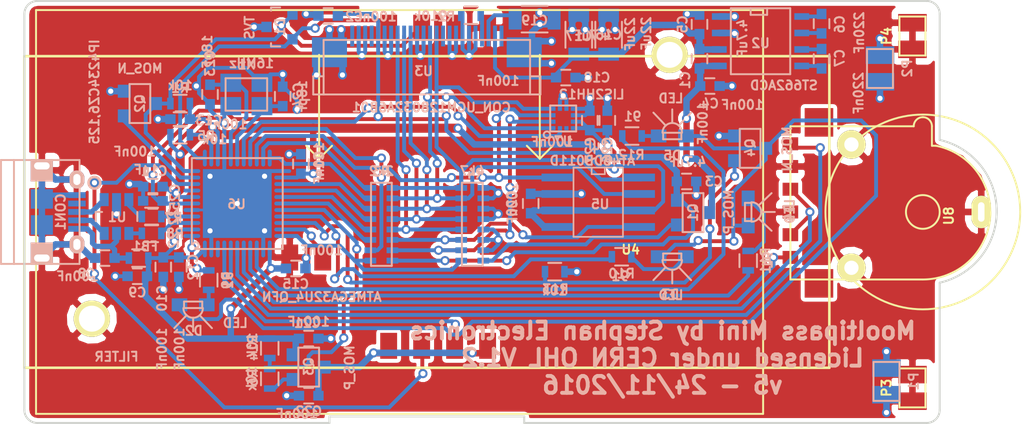
<source format=kicad_pcb>
(kicad_pcb (version 4) (host pcbnew 4.0.4-stable)
  (layers (0 F.Cu signal) (31 B.Cu signal) (34 B.Paste user) (35 F.Paste user) (36 B.SilkS user) (37 F.SilkS user) (38 B.Mask user) (39 F.Mask user hide) (44 Edge.Cuts user))
  (net 0 "")
  (net 1 +12V)
  (net 2 "Net-(C1-Pad2)")
  (net 3 GND)
  (net 4 +3V3)
  (net 5 +5V)
  (net 6 "Net-(C6-Pad1)")
  (net 7 "Net-(C6-Pad2)")
  (net 8 "Net-(C7-Pad1)")
  (net 9 "Net-(C7-Pad2)")
  (net 10 VCC)
  (net 11 "Net-(C19-Pad1)")
  (net 12 /VCC_SC)
  (net 13 "Net-(C23-Pad1)")
  (net 14 "Net-(C24-Pad1)")
  (net 15 "Net-(CON1-Pad2)")
  (net 16 "Net-(CON1-Pad3)")
  (net 17 /BL_POWER)
  (net 18 /SPI_MOSI)
  (net 19 /SC_IO)
  (net 20 /SC_POWER)
  (net 21 "Net-(R2-Pad1)")
  (net 22 /USB_D+)
  (net 23 "Net-(R7-Pad2)")
  (net 24 /USB_D-)
  (net 25 "Net-(R8-Pad2)")
  (net 26 /SPI2_CLK)
  (net 27 /SPI2_MOSI)
  (net 28 /SPI_SCK)
  (net 29 /SPI2_MISO)
  (net 30 /LCD_HV_SS)
  (net 31 /LCD_HV_nRES)
  (net 32 /LCD_HV_DnC)
  (net 33 /SPI2_HV_SCK)
  (net 34 /SPI2_HV_MOSI)
  (net 35 /LCD_SS)
  (net 36 /LCD_nRES)
  (net 37 /LCD_DnC)
  (net 38 /FLASH_nS)
  (net 39 /FLASH_HV_nS)
  (net 40 /SC_RST)
  (net 41 /SC_PGM)
  (net 42 /DETECT_SC)
  (net 43 /nRESET)
  (net 44 /ENC_SW)
  (net 45 "Net-(Q3-Pad1)")
  (net 46 /PWM_LED)
  (net 47 "Net-(D2-Pad1)")
  (net 48 /LED1)
  (net 49 "Net-(D2-Pad2)")
  (net 50 /LED2)
  (net 51 "Net-(D3-Pad2)")
  (net 52 /LED3)
  (net 53 "Net-(D4-Pad2)")
  (net 54 /LED4)
  (net 55 "Net-(D5-Pad2)")
  (net 56 /ENC_B)
  (net 57 /ENC_A)
  (net 58 /ACC_SS)
  (net 59 /ACC_INT)
  (net 60 /ACC_HV_SS)
  (net 61 "Net-(R3-Pad9)")
  (module limpkins_lib:RNETWORK8_0603 (layer B.Cu) (at 127.5 84.7 270)
    (fp_text reference R3 (at -4.05 0 360) (layer B.SilkS) (effects (font (size 0.7 0.7)) (justify mirror)))
    (fp_text value 2k2 (at -4.1 0 360) (layer B.SilkS) (effects (font (size 0.7 0.7)) (justify mirror)))
    (pad 1 smd rect (at -2.8 -0.85 270) (size 0.45 0.9) (layers B.Cu B.Paste B.Mask) (net 27 /SPI2_MOSI))
    (pad 2 smd rect (at -2 -0.85 270) (size 0.45 0.9) (layers B.Cu B.Paste B.Mask) (net 26 /SPI2_CLK))
    (pad 3 smd rect (at -1.2 -0.85 270) (size 0.45 0.9) (layers B.Cu B.Paste B.Mask) (net 37 /LCD_DnC))
    (pad 4 smd rect (at -0.4 -0.85 270) (size 0.45 0.9) (layers B.Cu B.Paste B.Mask) (net 36 /LCD_nRES))
    (pad 5 smd rect (at 0.4 -0.85 270) (size 0.45 0.9) (layers B.Cu B.Paste B.Mask) (net 35 /LCD_SS))
    (pad 6 smd rect (at 1.2 -0.85 270) (size 0.45 0.9) (layers B.Cu B.Paste B.Mask) (net 38 /FLASH_nS))
    (pad 7 smd rect (at 2 -0.85 270) (size 0.45 0.9) (layers B.Cu B.Paste B.Mask) (net 58 /ACC_SS))
    (pad 8 smd rect (at 2.8 -0.85 270) (size 0.45 0.9) (layers B.Cu B.Paste B.Mask) (net 5 +5V))
    (pad 9 smd rect (at 2.8 0.85 270) (size 0.45 0.9) (layers B.Cu B.Paste B.Mask) (net 61 "Net-(R3-Pad9)"))
    (pad 10 smd rect (at 2 0.85 270) (size 0.45 0.9) (layers B.Cu B.Paste B.Mask) (net 60 /ACC_HV_SS))
    (pad 11 smd rect (at 1.2 0.85 270) (size 0.45 0.9) (layers B.Cu B.Paste B.Mask) (net 39 /FLASH_HV_nS))
    (pad 12 smd rect (at 0.4 0.85 270) (size 0.45 0.9) (layers B.Cu B.Paste B.Mask) (net 30 /LCD_HV_SS))
    (pad 13 smd rect (at -0.4 0.85 270) (size 0.45 0.9) (layers B.Cu B.Paste B.Mask) (net 31 /LCD_HV_nRES))
    (pad 14 smd rect (at -1.2 0.85 270) (size 0.45 0.9) (layers B.Cu B.Paste B.Mask) (net 32 /LCD_HV_DnC))
    (pad 15 smd rect (at -2 0.85 270) (size 0.45 0.9) (layers B.Cu B.Paste B.Mask) (net 33 /SPI2_HV_SCK))
    (pad 16 smd rect (at -2.8 0.85 270) (size 0.45 0.9) (layers B.Cu B.Paste B.Mask) (net 34 /SPI2_HV_MOSI))
  )
  (module _kicad4_lib:CON_SFV24R-2STE1HLF (layer B.Cu) (at 136.75 70.5 180)
    (fp_text reference U3 (at 6 -2.4 180) (layer B.SilkS) (effects (font (size 0.7 0.7)) (justify mirror)))
    (fp_text value CON_UGM128032A6B01 (at 5.4 -5.2 180) (layer B.SilkS) (effects (font (size 0.7 0.7)) (justify mirror)))
    (pad 24 smd rect (at 0 0.3 180) (size 0.3 1.6) (layers B.Cu B.Paste B.Mask))
    (pad 23 smd rect (at 0.5 0.3 180) (size 0.3 1.6) (layers B.Cu B.Paste B.Mask) (net 1 +12V))
    (pad 22 smd rect (at 1 0.3 180) (size 0.3 1.6) (layers B.Cu B.Paste B.Mask) (net 11 "Net-(C19-Pad1)"))
    (pad 21 smd rect (at 1.5 0.3 180) (size 0.3 1.6) (layers B.Cu B.Paste B.Mask) (net 21 "Net-(R2-Pad1)"))
    (pad 20 smd rect (at 2 0.3 180) (size 0.3 1.6) (layers B.Cu B.Paste B.Mask) (net 3 GND))
    (pad 19 smd rect (at 2.5 0.3 180) (size 0.3 1.6) (layers B.Cu B.Paste B.Mask) (net 3 GND))
    (pad 18 smd rect (at 3 0.3 180) (size 0.3 1.6) (layers B.Cu B.Paste B.Mask) (net 3 GND))
    (pad 17 smd rect (at 3.5 0.3 180) (size 0.3 1.6) (layers B.Cu B.Paste B.Mask) (net 3 GND))
    (pad 16 smd rect (at 4 0.3 180) (size 0.3 1.6) (layers B.Cu B.Paste B.Mask) (net 3 GND))
    (pad 15 smd rect (at 4.5 0.3 180) (size 0.3 1.6) (layers B.Cu B.Paste B.Mask))
    (pad 14 smd rect (at 5 0.3 180) (size 0.3 1.6) (layers B.Cu B.Paste B.Mask) (net 27 /SPI2_MOSI))
    (pad 13 smd rect (at 5.5 0.3 180) (size 0.3 1.6) (layers B.Cu B.Paste B.Mask) (net 26 /SPI2_CLK))
    (pad 12 smd rect (at 6 0.3 180) (size 0.3 1.6) (layers B.Cu B.Paste B.Mask) (net 3 GND))
    (pad 11 smd rect (at 6.5 0.3 180) (size 0.3 1.6) (layers B.Cu B.Paste B.Mask) (net 3 GND))
    (pad 10 smd rect (at 7 0.3 180) (size 0.3 1.6) (layers B.Cu B.Paste B.Mask) (net 37 /LCD_DnC))
    (pad 9 smd rect (at 7.5 0.3 180) (size 0.3 1.6) (layers B.Cu B.Paste B.Mask) (net 36 /LCD_nRES))
    (pad 8 smd rect (at 8 0.3 180) (size 0.3 1.6) (layers B.Cu B.Paste B.Mask) (net 35 /LCD_SS))
    (pad 7 smd rect (at 8.5 0.3 180) (size 0.3 1.6) (layers B.Cu B.Paste B.Mask) (net 3 GND))
    (pad 6 smd rect (at 9 0.3 180) (size 0.3 1.6) (layers B.Cu B.Paste B.Mask) (net 3 GND))
    (pad 5 smd rect (at 9.5 0.3 180) (size 0.3 1.6) (layers B.Cu B.Paste B.Mask) (net 4 +3V3))
    (pad 4 smd rect (at 10 0.3 180) (size 0.3 1.6) (layers B.Cu B.Paste B.Mask))
    (pad 3 smd rect (at 10.5 0.3 180) (size 0.3 1.6) (layers B.Cu B.Paste B.Mask) (net 3 GND))
    (pad 2 smd rect (at 11 0.3 180) (size 0.3 1.6) (layers B.Cu B.Paste B.Mask) (net 3 GND))
    (pad 1 smd rect (at 11.5 0.3 180) (size 0.3 1.6) (layers B.Cu B.Paste B.Mask))
    (pad 25 smd rect (at -1.75 -0.95 180) (size 2.7 2.3) (layers B.Cu B.Paste B.Mask) (net 3 GND))
    (pad 26 smd rect (at 13.25 -0.95 180) (size 2.7 2.3) (layers B.Cu B.Paste B.Mask) (net 3 GND))
  )
  (module Capacitors_SMD:C_0603 (layer B.Cu) (at 152 71.95 270)
    (fp_text reference C1 (at 1.65 1.1 270) (layer B.SilkS) (effects (font (size 0.7 0.7)) (justify mirror)))
    (fp_text value 100nF (at 5 -0.25 270) (layer B.SilkS) (effects (font (size 0.7 0.7)) (justify mirror)))
    (pad 1 smd rect (at -0.75 0 270) (size 0.8 0.75) (layers B.Cu B.Paste B.Mask) (net 1 +12V))
    (pad 2 smd rect (at 0.75 0 270) (size 0.8 0.75) (layers B.Cu B.Paste B.Mask) (net 2 "Net-(C1-Pad2)"))
  )
  (module Capacitors_SMD:C_0603 (layer B.Cu) (at 123.4 68.65)
    (fp_text reference C2 (at 2 0.05) (layer B.SilkS) (effects (font (size 0.7 0.7)) (justify mirror)))
    (fp_text value 100nF (at 3.65 0.05) (layer B.SilkS) (effects (font (size 0.7 0.7)) (justify mirror)))
    (pad 1 smd rect (at -0.75 0) (size 0.8 0.75) (layers B.Cu B.Paste B.Mask) (net 3 GND))
    (pad 2 smd rect (at 0.75 0) (size 0.8 0.75) (layers B.Cu B.Paste B.Mask) (net 4 +3V3))
  )
  (module Capacitors_SMD:C_0603 (layer B.Cu) (at 151 81.4)
    (fp_text reference C3 (at 2.1 0) (layer B.SilkS) (effects (font (size 0.7 0.7)) (justify mirror)))
    (fp_text value 4.7uF (at 0.05 -1.5) (layer B.SilkS) (effects (font (size 0.7 0.7)) (justify mirror)))
    (pad 1 smd rect (at -0.75 0) (size 0.8 0.75) (layers B.Cu B.Paste B.Mask) (net 5 +5V))
    (pad 2 smd rect (at 0.75 0) (size 0.8 0.75) (layers B.Cu B.Paste B.Mask) (net 3 GND))
  )
  (module Capacitors_SMD:C_0603 (layer B.Cu) (at 152.8 74.05)
    (fp_text reference C4 (at 0 1.35) (layer B.SilkS) (effects (font (size 0.7 0.7)) (justify mirror)))
    (fp_text value 100nF (at 2.5 1.45) (layer B.SilkS) (effects (font (size 0.7 0.7)) (justify mirror)))
    (pad 1 smd rect (at -0.75 0) (size 0.8 0.75) (layers B.Cu B.Paste B.Mask) (net 2 "Net-(C1-Pad2)"))
    (pad 2 smd rect (at 0.75 0) (size 0.8 0.75) (layers B.Cu B.Paste B.Mask) (net 3 GND))
  )
  (module Capacitors_SMD:C_0603 (layer B.Cu) (at 152 69.3 90)
    (fp_text reference C5 (at 0 -1.3 90) (layer B.SilkS) (effects (font (size 0.7 0.7)) (justify mirror)))
    (fp_text value 4.7uF (at -1.05 3.3 90) (layer B.SilkS) (effects (font (size 0.7 0.7)) (justify mirror)))
    (pad 1 smd rect (at -0.75 0 90) (size 0.8 0.75) (layers B.Cu B.Paste B.Mask) (net 1 +12V))
    (pad 2 smd rect (at 0.75 0 90) (size 0.8 0.75) (layers B.Cu B.Paste B.Mask) (net 3 GND))
  )
  (module Capacitors_SMD:C_0603 (layer B.Cu) (at 161.4 69.25 90)
    (fp_text reference C6 (at -0.05 1.4 90) (layer B.SilkS) (effects (font (size 0.7 0.7)) (justify mirror)))
    (fp_text value 220nF (at -0.7 2.9 90) (layer B.SilkS) (effects (font (size 0.7 0.7)) (justify mirror)))
    (pad 1 smd rect (at -0.75 0 90) (size 0.8 0.75) (layers B.Cu B.Paste B.Mask) (net 6 "Net-(C6-Pad1)"))
    (pad 2 smd rect (at 0.75 0 90) (size 0.8 0.75) (layers B.Cu B.Paste B.Mask) (net 7 "Net-(C6-Pad2)"))
  )
  (module Capacitors_SMD:C_0603 (layer B.Cu) (at 161.4 71.95 270)
    (fp_text reference C7 (at -0.05 -1.4 450) (layer B.SilkS) (effects (font (size 0.7 0.7)) (justify mirror)))
    (fp_text value 220nF (at 2.65 -2.85 270) (layer B.SilkS) (effects (font (size 0.7 0.7)) (justify mirror)))
    (pad 1 smd rect (at -0.75 0 270) (size 0.8 0.75) (layers B.Cu B.Paste B.Mask) (net 8 "Net-(C7-Pad1)"))
    (pad 2 smd rect (at 0.75 0 270) (size 0.8 0.75) (layers B.Cu B.Paste B.Mask) (net 9 "Net-(C7-Pad2)"))
  )
  (module Capacitors_SMD:C_0603 (layer B.Cu) (at 106.2 87.3 180)
    (fp_text reference C8 (at 1.4 -1.2 180) (layer B.SilkS) (effects (font (size 0.7 0.7)) (justify mirror)))
    (fp_text value 100nF (at 2.1 -1.4 180) (layer B.SilkS) (effects (font (size 0.7 0.7)) (justify mirror)))
    (pad 1 smd rect (at -0.75 0 180) (size 0.8 0.75) (layers B.Cu B.Paste B.Mask) (net 10 VCC))
    (pad 2 smd rect (at 0.75 0 180) (size 0.8 0.75) (layers B.Cu B.Paste B.Mask) (net 3 GND))
  )
  (module Capacitors_SMD:C_0603 (layer B.Cu) (at 110.7 88 270)
    (fp_text reference C10 (at 2.4 0.1 270) (layer B.SilkS) (effects (font (size 0.7 0.7)) (justify mirror)))
    (fp_text value 100nF (at 6.3 0.1 270) (layer B.SilkS) (effects (font (size 0.7 0.7)) (justify mirror)))
    (pad 1 smd rect (at -0.75 0 270) (size 0.8 0.75) (layers B.Cu B.Paste B.Mask) (net 5 +5V))
    (pad 2 smd rect (at 0.75 0 270) (size 0.8 0.75) (layers B.Cu B.Paste B.Mask) (net 3 GND))
  )
  (module Capacitors_SMD:C_0603 (layer B.Cu) (at 109.9 81.8 180)
    (fp_text reference C11 (at -0.1 1.2 180) (layer B.SilkS) (effects (font (size 0.7 0.7)) (justify mirror)))
    (fp_text value 100nF (at 1.4 2.7 180) (layer B.SilkS) (effects (font (size 0.7 0.7)) (justify mirror)))
    (pad 1 smd rect (at -0.75 0 180) (size 0.8 0.75) (layers B.Cu B.Paste B.Mask) (net 5 +5V))
    (pad 2 smd rect (at 0.75 0 180) (size 0.8 0.75) (layers B.Cu B.Paste B.Mask) (net 3 GND))
  )
  (module Capacitors_SMD:C_0603 (layer B.Cu) (at 111.9 88 270)
    (fp_text reference C12 (at 0 -1.1 270) (layer B.SilkS) (effects (font (size 0.7 0.7)) (justify mirror)))
    (fp_text value 100nF (at 6.3 -0.05 270) (layer B.SilkS) (effects (font (size 0.7 0.7)) (justify mirror)))
    (pad 1 smd rect (at -0.75 0 270) (size 0.8 0.75) (layers B.Cu B.Paste B.Mask) (net 5 +5V))
    (pad 2 smd rect (at 0.75 0 270) (size 0.8 0.75) (layers B.Cu B.Paste B.Mask) (net 3 GND))
  )
  (module Capacitors_SMD:C_0603 (layer B.Cu) (at 112 76.6 180)
    (fp_text reference C13 (at -2.2 -0.1 180) (layer B.SilkS) (effects (font (size 0.7 0.7)) (justify mirror)))
    (fp_text value 100nF (at -3.55 -0.4 180) (layer B.SilkS) (effects (font (size 0.7 0.7)) (justify mirror)))
    (pad 1 smd rect (at -0.75 0 180) (size 0.8 0.75) (layers B.Cu B.Paste B.Mask) (net 5 +5V))
    (pad 2 smd rect (at 0.75 0 180) (size 0.8 0.75) (layers B.Cu B.Paste B.Mask) (net 3 GND))
  )
  (module Capacitors_SMD:C_0603 (layer B.Cu) (at 121.3 80.05 90)
    (fp_text reference C14 (at -0.05 1.4 90) (layer B.SilkS) (effects (font (size 0.7 0.7)) (justify mirror)))
    (fp_text value 100nF (at 0.05 1.4 90) (layer B.SilkS) (effects (font (size 0.7 0.7)) (justify mirror)))
    (pad 1 smd rect (at -0.75 0 90) (size 0.8 0.75) (layers B.Cu B.Paste B.Mask) (net 5 +5V))
    (pad 2 smd rect (at 0.75 0 90) (size 0.8 0.75) (layers B.Cu B.Paste B.Mask) (net 3 GND))
  )
  (module Capacitors_SMD:C_0603 (layer B.Cu) (at 120.9 88.1)
    (fp_text reference C15 (at 0 1.2) (layer B.SilkS) (effects (font (size 0.7 0.7)) (justify mirror)))
    (fp_text value 100nF (at 2 -1.4) (layer B.SilkS) (effects (font (size 0.7 0.7)) (justify mirror)))
    (pad 1 smd rect (at -0.75 0) (size 0.8 0.75) (layers B.Cu B.Paste B.Mask) (net 5 +5V))
    (pad 2 smd rect (at 0.75 0) (size 0.8 0.75) (layers B.Cu B.Paste B.Mask) (net 3 GND))
  )
  (module Capacitors_SMD:C_1206 (layer B.Cu) (at 145 70.1 90)
    (fp_text reference C16 (at 0 0 180) (layer B.SilkS) (effects (font (size 0.7 0.7)) (justify mirror)))
    (fp_text value 22uF (at 0.05 1.65 90) (layer B.SilkS) (effects (font (size 0.7 0.7)) (justify mirror)))
    (pad 1 smd rect (at -1.5 0 90) (size 1 1.6) (layers B.Cu B.Paste B.Mask) (net 1 +12V))
    (pad 2 smd rect (at 1.5 0 90) (size 1 1.6) (layers B.Cu B.Paste B.Mask) (net 3 GND))
  )
  (module Capacitors_SMD:C_1206 (layer B.Cu) (at 142.7 70.1 90)
    (fp_text reference C17 (at -0.1 0 180) (layer B.SilkS) (effects (font (size 0.7 0.7)) (justify mirror)))
    (fp_text value 22uF (at 0.1 5.2 90) (layer B.SilkS) (effects (font (size 0.7 0.7)) (justify mirror)))
    (pad 1 smd rect (at -1.5 0 90) (size 1 1.6) (layers B.Cu B.Paste B.Mask) (net 1 +12V))
    (pad 2 smd rect (at 1.5 0 90) (size 1 1.6) (layers B.Cu B.Paste B.Mask) (net 3 GND))
  )
  (module Capacitors_SMD:C_0603 (layer B.Cu) (at 141.7 73.4)
    (fp_text reference C18 (at 2.4 0) (layer B.SilkS) (effects (font (size 0.7 0.7)) (justify mirror)))
    (fp_text value 100nF (at -5.2 0.25) (layer B.SilkS) (effects (font (size 0.7 0.7)) (justify mirror)))
    (pad 1 smd rect (at -0.75 0) (size 0.8 0.75) (layers B.Cu B.Paste B.Mask) (net 1 +12V))
    (pad 2 smd rect (at 0.75 0) (size 0.8 0.75) (layers B.Cu B.Paste B.Mask) (net 3 GND))
  )
  (module Capacitors_SMD:C_1206 (layer B.Cu) (at 139.3 68.9)
    (fp_text reference C19 (at 0 0.1 180) (layer B.SilkS) (effects (font (size 0.7 0.7)) (justify mirror)))
    (fp_text value 4.7uF (at 4.45 1.25) (layer B.SilkS) (effects (font (size 0.7 0.7)) (justify mirror)))
    (pad 1 smd rect (at -1.5 0) (size 1 1.6) (layers B.Cu B.Paste B.Mask) (net 11 "Net-(C19-Pad1)"))
    (pad 2 smd rect (at 1.5 0) (size 1 1.6) (layers B.Cu B.Paste B.Mask) (net 3 GND))
  )
  (module Capacitors_SMD:C_0603 (layer B.Cu) (at 139 83.1 90)
    (fp_text reference C20 (at 0 -1.45 90) (layer B.SilkS) (effects (font (size 0.7 0.7)) (justify mirror)))
    (fp_text value 100nF (at 0 -1.4 90) (layer B.SilkS) (effects (font (size 0.7 0.7)) (justify mirror)))
    (pad 1 smd rect (at -0.75 0 90) (size 0.8 0.75) (layers B.Cu B.Paste B.Mask) (net 4 +3V3))
    (pad 2 smd rect (at 0.75 0 90) (size 0.8 0.75) (layers B.Cu B.Paste B.Mask) (net 3 GND))
  )
  (module Capacitors_SMD:C_0603 (layer B.Cu) (at 121.9 93.5)
    (fp_text reference C21 (at -0.1 -1.2) (layer B.SilkS) (effects (font (size 0.7 0.7)) (justify mirror)))
    (fp_text value 100nF (at 0 -1.3) (layer B.SilkS) (effects (font (size 0.7 0.7)) (justify mirror)))
    (pad 1 smd rect (at -0.75 0) (size 0.8 0.75) (layers B.Cu B.Paste B.Mask) (net 5 +5V))
    (pad 2 smd rect (at 0.75 0) (size 0.8 0.75) (layers B.Cu B.Paste B.Mask) (net 3 GND))
  )
  (module Capacitors_SMD:C_0603 (layer B.Cu) (at 121.9 97.9 180)
    (fp_text reference C22 (at 0 -1.2 180) (layer B.SilkS) (effects (font (size 0.7 0.7)) (justify mirror)))
    (fp_text value 100nF (at 0.9 -1.4 180) (layer B.SilkS) (effects (font (size 0.7 0.7)) (justify mirror)))
    (pad 1 smd rect (at -0.75 0 180) (size 0.8 0.75) (layers B.Cu B.Paste B.Mask) (net 12 /VCC_SC))
    (pad 2 smd rect (at 0.75 0 180) (size 0.8 0.75) (layers B.Cu B.Paste B.Mask) (net 3 GND))
  )
  (module Capacitors_SMD:C_0603 (layer B.Cu) (at 114.3 74.7 270)
    (fp_text reference C23 (at -2.4 0 270) (layer B.SilkS) (effects (font (size 0.7 0.7)) (justify mirror)))
    (fp_text value 18pF (at -3.3 0.2 270) (layer B.SilkS) (effects (font (size 0.7 0.7)) (justify mirror)))
    (pad 1 smd rect (at -0.75 0 270) (size 0.8 0.75) (layers B.Cu B.Paste B.Mask) (net 13 "Net-(C23-Pad1)"))
    (pad 2 smd rect (at 0.75 0 270) (size 0.8 0.75) (layers B.Cu B.Paste B.Mask) (net 3 GND))
  )
  (module Capacitors_SMD:C_0603 (layer B.Cu) (at 119.9 74.85 90)
    (fp_text reference C24 (at 0.05 1.2 90) (layer B.SilkS) (effects (font (size 0.7 0.7)) (justify mirror)))
    (fp_text value 18pF (at -0.05 1.5 90) (layer B.SilkS) (effects (font (size 0.7 0.7)) (justify mirror)))
    (pad 1 smd rect (at -0.75 0 90) (size 0.8 0.75) (layers B.Cu B.Paste B.Mask) (net 14 "Net-(C24-Pad1)"))
    (pad 2 smd rect (at 0.75 0 90) (size 0.8 0.75) (layers B.Cu B.Paste B.Mask) (net 3 GND))
  )
  (module Capacitors_SMD:C_0603 (layer B.Cu) (at 109.9 82.9 180)
    (fp_text reference C25 (at -1.7 0.3 270) (layer B.SilkS) (effects (font (size 0.7 0.7)) (justify mirror)))
    (fp_text value 1uF (at 0.5 2.4 180) (layer B.SilkS) (effects (font (size 0.7 0.7)) (justify mirror)))
    (pad 1 smd rect (at -0.75 0 180) (size 0.8 0.75) (layers B.Cu B.Paste B.Mask) (net 4 +3V3))
    (pad 2 smd rect (at 0.75 0 180) (size 0.8 0.75) (layers B.Cu B.Paste B.Mask) (net 3 GND))
  )
  (module limpkins_lib:CONUSB_10118194 (layer B.Cu) (at 104.05 83.75 90)
    (fp_text reference CON1 (at 0 -1.25 90) (layer B.SilkS) (effects (font (size 0.7 0.7)) (justify mirror)))
    (fp_text value CON_10118194-0001LF (at 0.05 -6.95 90) (layer B.SilkS) (effects (font (size 0.7 0.7)) (justify mirror)))
    (pad 1 smd rect (at -1.3 0 90) (size 0.45 1.35) (layers B.Cu B.Paste B.Mask) (net 10 VCC))
    (pad 2 smd rect (at -0.65 0 90) (size 0.45 1.35) (layers B.Cu B.Paste B.Mask) (net 15 "Net-(CON1-Pad2)"))
    (pad 3 smd rect (at 0 0 90) (size 0.45 1.35) (layers B.Cu B.Paste B.Mask) (net 16 "Net-(CON1-Pad3)"))
    (pad 4 smd rect (at 0.65 0 90) (size 0.45 1.35) (layers B.Cu B.Paste B.Mask))
    (pad 5 smd rect (at 1.3 0 90) (size 0.45 1.35) (layers B.Cu B.Paste B.Mask) (net 3 GND))
    (pad 6 thru_hole oval (at -2.5 0 90) (size 1.4 1.15) (drill oval 0.85 0.55) (layers *.Cu *.Mask B.SilkS) (net 3 GND))
    (pad 7 thru_hole oval (at 2.5 0 90) (size 1.4 1.15) (drill oval 0.85 0.55) (layers *.Cu *.Mask B.SilkS) (net 3 GND))
    (pad 8 thru_hole rect (at -3.55 -2.7 90) (size 1.7 1.7) (drill oval 0.55 1.2 (offset 0.35 0)) (layers *.Cu *.Mask B.SilkS) (net 3 GND))
    (pad 11 thru_hole rect (at 3.55 -2.7 270) (size 1.7 1.7) (drill oval 0.55 1.2 (offset 0.35 0)) (layers *.Cu *.Mask B.SilkS) (net 3 GND))
    (pad 9 smd rect (at -1 -2.7 270) (size 1.5 1.7) (layers B.Cu B.Paste B.Mask) (net 3 GND))
    (pad 10 smd rect (at 1 -2.7 270) (size 1.5 1.7) (layers B.Cu B.Paste B.Mask) (net 3 GND))
  )
  (module Resistors_SMD:R_0603 (layer B.Cu) (at 108.8 87.3)
    (fp_text reference FB1 (at 0.5 -0.9) (layer B.SilkS) (effects (font (size 0.7 0.7)) (justify mirror)))
    (fp_text value FILTER (at -1.7 7.6) (layer B.SilkS) (effects (font (size 0.7 0.7)) (justify mirror)))
    (pad 1 smd rect (at -0.75 0) (size 0.5 0.9) (layers B.Cu B.Paste B.Mask) (net 10 VCC))
    (pad 2 smd rect (at 0.75 0) (size 0.5 0.9) (layers B.Cu B.Paste B.Mask) (net 5 +5V))
  )
  (module Resistors_SMD:R_0603 (layer B.Cu) (at 112 75.4 180)
    (fp_text reference R1 (at 0 1.2 180) (layer B.SilkS) (effects (font (size 0.7 0.7)) (justify mirror)))
    (fp_text value 10k (at 0 1.4 180) (layer B.SilkS) (effects (font (size 0.7 0.7)) (justify mirror)))
    (pad 1 smd rect (at -0.75 0 180) (size 0.5 0.9) (layers B.Cu B.Paste B.Mask) (net 5 +5V))
    (pad 2 smd rect (at 0.75 0 180) (size 0.5 0.9) (layers B.Cu B.Paste B.Mask) (net 19 /SC_IO))
  )
  (module Resistors_SMD:R_0603 (layer B.Cu) (at 134.4 68.6 180)
    (fp_text reference R2 (at 1.9 -0.1 180) (layer B.SilkS) (effects (font (size 0.7 0.7)) (justify mirror)))
    (fp_text value 910k (at 3.1 -0.05 180) (layer B.SilkS) (effects (font (size 0.7 0.7)) (justify mirror)))
    (pad 1 smd rect (at -0.75 0 180) (size 0.5 0.9) (layers B.Cu B.Paste B.Mask) (net 21 "Net-(R2-Pad1)"))
    (pad 2 smd rect (at 0.75 0 180) (size 0.5 0.9) (layers B.Cu B.Paste B.Mask) (net 3 GND))
  )
  (module limpkins_lib:RNETWORK8_0603 (layer B.Cu) (at 134.5 84.7 270)
    (fp_text reference R4 (at -3.9 -0.25 360) (layer B.SilkS) (effects (font (size 0.7 0.7)) (justify mirror)))
    (fp_text value 4k7 (at -4.1 0 360) (layer B.SilkS) (effects (font (size 0.7 0.7)) (justify mirror)))
    (pad 1 smd rect (at -2.8 -0.85 270) (size 0.45 0.9) (layers B.Cu B.Paste B.Mask) (net 3 GND))
    (pad 2 smd rect (at -2 -0.85 270) (size 0.45 0.9) (layers B.Cu B.Paste B.Mask) (net 3 GND))
    (pad 3 smd rect (at -1.2 -0.85 270) (size 0.45 0.9) (layers B.Cu B.Paste B.Mask) (net 3 GND))
    (pad 4 smd rect (at -0.4 -0.85 270) (size 0.45 0.9) (layers B.Cu B.Paste B.Mask) (net 3 GND))
    (pad 5 smd rect (at 0.4 -0.85 270) (size 0.45 0.9) (layers B.Cu B.Paste B.Mask) (net 3 GND))
    (pad 6 smd rect (at 1.2 -0.85 270) (size 0.45 0.9) (layers B.Cu B.Paste B.Mask) (net 3 GND))
    (pad 7 smd rect (at 2 -0.85 270) (size 0.45 0.9) (layers B.Cu B.Paste B.Mask) (net 3 GND))
    (pad 8 smd rect (at 2.8 -0.85 270) (size 0.45 0.9) (layers B.Cu B.Paste B.Mask) (net 17 /BL_POWER))
    (pad 9 smd rect (at 2.8 0.85 270) (size 0.45 0.9) (layers B.Cu B.Paste B.Mask) (net 61 "Net-(R3-Pad9)"))
    (pad 10 smd rect (at 2 0.85 270) (size 0.45 0.9) (layers B.Cu B.Paste B.Mask) (net 58 /ACC_SS))
    (pad 11 smd rect (at 1.2 0.85 270) (size 0.45 0.9) (layers B.Cu B.Paste B.Mask) (net 38 /FLASH_nS))
    (pad 12 smd rect (at 0.4 0.85 270) (size 0.45 0.9) (layers B.Cu B.Paste B.Mask) (net 35 /LCD_SS))
    (pad 13 smd rect (at -0.4 0.85 270) (size 0.45 0.9) (layers B.Cu B.Paste B.Mask) (net 36 /LCD_nRES))
    (pad 14 smd rect (at -1.2 0.85 270) (size 0.45 0.9) (layers B.Cu B.Paste B.Mask) (net 37 /LCD_DnC))
    (pad 15 smd rect (at -2 0.85 270) (size 0.45 0.9) (layers B.Cu B.Paste B.Mask) (net 26 /SPI2_CLK))
    (pad 16 smd rect (at -2.8 0.85 270) (size 0.45 0.9) (layers B.Cu B.Paste B.Mask) (net 27 /SPI2_MOSI))
  )
  (module Resistors_SMD:R_0603 (layer B.Cu) (at 112 77.8 180)
    (fp_text reference R5 (at -2 -0.1 180) (layer B.SilkS) (effects (font (size 0.7 0.7)) (justify mirror)))
    (fp_text value 10k (at -2.65 -0.35 180) (layer B.SilkS) (effects (font (size 0.7 0.7)) (justify mirror)))
    (pad 1 smd rect (at -0.75 0 180) (size 0.5 0.9) (layers B.Cu B.Paste B.Mask) (net 43 /nRESET))
    (pad 2 smd rect (at 0.75 0 180) (size 0.5 0.9) (layers B.Cu B.Paste B.Mask) (net 5 +5V))
  )
  (module Resistors_SMD:R_0603 (layer B.Cu) (at 109.8 84.1)
    (fp_text reference R7 (at 1.7 0.1) (layer B.SilkS) (effects (font (size 0.7 0.7)) (justify mirror)))
    (fp_text value 22 (at 1.7 0 90) (layer B.SilkS) (effects (font (size 0.7 0.7)) (justify mirror)))
    (pad 1 smd rect (at -0.75 0) (size 0.5 0.9) (layers B.Cu B.Paste B.Mask) (net 22 /USB_D+))
    (pad 2 smd rect (at 0.75 0) (size 0.5 0.9) (layers B.Cu B.Paste B.Mask) (net 23 "Net-(R7-Pad2)"))
  )
  (module Resistors_SMD:R_0603 (layer B.Cu) (at 109.8 85.4)
    (fp_text reference R8 (at 1.8 0) (layer B.SilkS) (effects (font (size 0.7 0.7)) (justify mirror)))
    (fp_text value 22 (at 1.7 0.5 90) (layer B.SilkS) (effects (font (size 0.7 0.7)) (justify mirror)))
    (pad 1 smd rect (at -0.75 0) (size 0.5 0.9) (layers B.Cu B.Paste B.Mask) (net 24 /USB_D-))
    (pad 2 smd rect (at 0.75 0) (size 0.5 0.9) (layers B.Cu B.Paste B.Mask) (net 25 "Net-(R8-Pad2)"))
  )
  (module TO_SOT_Packages_SMD:TSOT-6-MK06A (layer B.Cu) (at 107.1 84.1)
    (fp_text reference U1 (at 0.05 0.05) (layer B.SilkS) (effects (font (size 0.7 0.7)) (justify mirror)))
    (fp_text value IP4234CZ6,125 (at -1.7 -9.6 90) (layer B.SilkS) (effects (font (size 0.7 0.7)) (justify mirror)))
    (pad 1 smd rect (at -0.94996 -1.30048) (size 0.69088 1.00076) (layers B.Cu B.Paste B.Mask) (net 16 "Net-(CON1-Pad3)"))
    (pad 2 smd rect (at 0 -1.30048) (size 0.69088 1.00076) (layers B.Cu B.Paste B.Mask) (net 3 GND))
    (pad 3 smd rect (at 0.94996 -1.30048) (size 0.69088 1.00076) (layers B.Cu B.Paste B.Mask) (net 22 /USB_D+))
    (pad 4 smd rect (at 0.94996 1.30048) (size 0.69088 1.00076) (layers B.Cu B.Paste B.Mask) (net 24 /USB_D-))
    (pad 5 smd rect (at 0 1.30048) (size 0.69088 1.00076) (layers B.Cu B.Paste B.Mask) (net 10 VCC))
    (pad 6 smd rect (at -0.94996 1.30048) (size 0.69088 1.00076) (layers B.Cu B.Paste B.Mask) (net 15 "Net-(CON1-Pad2)"))
  )
  (module SMD_Packages:SOIC-8-N (layer B.Cu) (at 156.7 70.6 270)
    (fp_text reference U2 (at 0.15 0 360) (layer B.SilkS) (effects (font (size 0.7 0.7)) (justify mirror)))
    (fp_text value ST662ACD (at 3.4 -1.8 360) (layer B.SilkS) (effects (font (size 0.7 0.7)) (justify mirror)))
    (pad 8 smd rect (at -1.905 3.175 270) (size 0.508 1.143) (layers B.Cu B.Paste B.Mask) (net 3 GND))
    (pad 7 smd rect (at -0.635 3.175 270) (size 0.508 1.143) (layers B.Cu B.Paste B.Mask) (net 3 GND))
    (pad 6 smd rect (at 0.635 3.175 270) (size 0.508 1.143) (layers B.Cu B.Paste B.Mask) (net 1 +12V))
    (pad 5 smd rect (at 1.905 3.175 270) (size 0.508 1.143) (layers B.Cu B.Paste B.Mask) (net 2 "Net-(C1-Pad2)"))
    (pad 4 smd rect (at 1.905 -3.175 270) (size 0.508 1.143) (layers B.Cu B.Paste B.Mask) (net 9 "Net-(C7-Pad2)"))
    (pad 3 smd rect (at 0.635 -3.175 270) (size 0.508 1.143) (layers B.Cu B.Paste B.Mask) (net 8 "Net-(C7-Pad1)"))
    (pad 2 smd rect (at -0.635 -3.175 270) (size 0.508 1.143) (layers B.Cu B.Paste B.Mask) (net 6 "Net-(C6-Pad1)"))
    (pad 1 smd rect (at -1.905 -3.175 270) (size 0.508 1.143) (layers B.Cu B.Paste B.Mask) (net 7 "Net-(C6-Pad2)"))
  )
  (module limpkins_lib:SO8EN (layer B.Cu) (at 144.2 83 270)
    (fp_text reference U5 (at 0.15 -0.15 360) (layer B.SilkS) (effects (font (size 0.7 0.7)) (justify mirror)))
    (fp_text value AT45DB011D (at -3.2 0.45 540) (layer B.SilkS) (effects (font (size 0.7 0.7)) (justify mirror)))
    (pad 8 smd rect (at -1.905 3.167 270) (size 0.59944 2.39954) (layers B.Cu B.Paste B.Mask) (net 29 /SPI2_MISO))
    (pad 1 smd rect (at -1.905 -3.167 270) (size 0.59944 2.39954) (layers B.Cu B.Paste B.Mask) (net 27 /SPI2_MOSI))
    (pad 7 smd rect (at -0.635 3.167 270) (size 0.59944 2.39954) (layers B.Cu B.Paste B.Mask) (net 3 GND))
    (pad 6 smd rect (at 0.635 3.167 270) (size 0.59944 2.39954) (layers B.Cu B.Paste B.Mask) (net 4 +3V3))
    (pad 5 smd rect (at 1.905 3.167 270) (size 0.59944 2.39954) (layers B.Cu B.Paste B.Mask) (net 4 +3V3))
    (pad 2 smd rect (at -0.635 -3.167 270) (size 0.59944 2.39954) (layers B.Cu B.Paste B.Mask) (net 26 /SPI2_CLK))
    (pad 3 smd rect (at 0.635 -3.167 270) (size 0.59944 2.39954) (layers B.Cu B.Paste B.Mask) (net 4 +3V3))
    (pad 4 smd rect (at 1.905 -3.167 270) (size 0.59944 2.39954) (layers B.Cu B.Paste B.Mask) (net 38 /FLASH_nS))
  )
  (module limpkins_lib:QFN44 (layer B.Cu) (at 116.4 83.1)
    (fp_text reference U6 (at -0.05 0.05) (layer B.SilkS) (effects (font (size 0.7 0.7)) (justify mirror)))
    (fp_text value ATMEGA32U4_QFN (at 6.5 7.2) (layer B.SilkS) (effects (font (size 0.7 0.7)) (justify mirror)))
    (pad 1 smd oval (at -3.5 2.5 270) (size 0.3 1.3) (layers B.Cu B.Paste B.Mask) (net 48 /LED1))
    (pad 2 smd oval (at -3.5 2 270) (size 0.3 1.3) (layers B.Cu B.Paste B.Mask) (net 5 +5V))
    (pad 3 smd oval (at -3.5 1.5 270) (size 0.3 1.3) (layers B.Cu B.Paste B.Mask) (net 25 "Net-(R8-Pad2)"))
    (pad 4 smd oval (at -3.5 1 270) (size 0.3 1.3) (layers B.Cu B.Paste B.Mask) (net 23 "Net-(R7-Pad2)"))
    (pad 5 smd oval (at -3.5 0.5 270) (size 0.3 1.3) (layers B.Cu B.Paste B.Mask) (net 3 GND))
    (pad 6 smd oval (at -3.5 0 270) (size 0.3 1.3) (layers B.Cu B.Paste B.Mask) (net 4 +3V3))
    (pad 7 smd oval (at -3.5 -0.5 270) (size 0.3 1.3) (layers B.Cu B.Paste B.Mask) (net 5 +5V))
    (pad 8 smd oval (at -3.5 -1 270) (size 0.3 1.3) (layers B.Cu B.Paste B.Mask))
    (pad 9 smd oval (at -3.5 -1.5 270) (size 0.3 1.3) (layers B.Cu B.Paste B.Mask) (net 28 /SPI_SCK))
    (pad 10 smd oval (at -3.5 -2 270) (size 0.3 1.3) (layers B.Cu B.Paste B.Mask) (net 18 /SPI_MOSI))
    (pad 11 smd oval (at -3.5 -2.5 270) (size 0.3 1.3) (layers B.Cu B.Paste B.Mask) (net 19 /SC_IO))
    (pad 12 smd oval (at -2.5 -3.5) (size 0.3 1.3) (layers B.Cu B.Paste B.Mask) (net 41 /SC_PGM))
    (pad 13 smd oval (at -2 -3.5) (size 0.3 1.3) (layers B.Cu B.Paste B.Mask) (net 43 /nRESET))
    (pad 14 smd oval (at -1.5 -3.5) (size 0.3 1.3) (layers B.Cu B.Paste B.Mask) (net 5 +5V))
    (pad 15 smd oval (at -1 -3.5) (size 0.3 1.3) (layers B.Cu B.Paste B.Mask) (net 3 GND))
    (pad 16 smd oval (at -0.5 -3.5) (size 0.3 1.3) (layers B.Cu B.Paste B.Mask) (net 13 "Net-(C23-Pad1)"))
    (pad 17 smd oval (at 0 -3.5) (size 0.3 1.3) (layers B.Cu B.Paste B.Mask) (net 14 "Net-(C24-Pad1)"))
    (pad 18 smd oval (at 0.5 -3.5) (size 0.3 1.3) (layers B.Cu B.Paste B.Mask) (net 59 /ACC_INT))
    (pad 19 smd oval (at 1 -3.5) (size 0.3 1.3) (layers B.Cu B.Paste B.Mask) (net 60 /ACC_HV_SS))
    (pad 20 smd oval (at 1.5 -3.5) (size 0.3 1.3) (layers B.Cu B.Paste B.Mask) (net 29 /SPI2_MISO))
    (pad 21 smd oval (at 2 -3.5) (size 0.3 1.3) (layers B.Cu B.Paste B.Mask) (net 34 /SPI2_HV_MOSI))
    (pad 22 smd oval (at 2.5 -3.5) (size 0.3 1.3) (layers B.Cu B.Paste B.Mask) (net 33 /SPI2_HV_SCK))
    (pad 23 smd oval (at 3.5 -2.5 270) (size 0.3 1.3) (layers B.Cu B.Paste B.Mask) (net 3 GND))
    (pad 24 smd oval (at 3.5 -2 270) (size 0.3 1.3) (layers B.Cu B.Paste B.Mask) (net 5 +5V))
    (pad 25 smd oval (at 3.5 -1.5 270) (size 0.3 1.3) (layers B.Cu B.Paste B.Mask) (net 32 /LCD_HV_DnC))
    (pad 26 smd oval (at 3.5 -1 270) (size 0.3 1.3) (layers B.Cu B.Paste B.Mask) (net 31 /LCD_HV_nRES))
    (pad 27 smd oval (at 3.5 -0.5 270) (size 0.3 1.3) (layers B.Cu B.Paste B.Mask) (net 30 /LCD_HV_SS))
    (pad 28 smd oval (at 3.5 0 270) (size 0.3 1.3) (layers B.Cu B.Paste B.Mask) (net 39 /FLASH_HV_nS))
    (pad 29 smd oval (at 3.5 0.5 270) (size 0.3 1.3) (layers B.Cu B.Paste B.Mask) (net 20 /SC_POWER))
    (pad 30 smd oval (at 3.5 1 270) (size 0.3 1.3) (layers B.Cu B.Paste B.Mask) (net 50 /LED2))
    (pad 31 smd oval (at 3.5 1.5 270) (size 0.3 1.3) (layers B.Cu B.Paste B.Mask) (net 46 /PWM_LED))
    (pad 32 smd oval (at 3.5 2 270) (size 0.3 1.3) (layers B.Cu B.Paste B.Mask) (net 42 /DETECT_SC))
    (pad 33 smd oval (at 3.5 2.5 270) (size 0.3 1.3) (layers B.Cu B.Paste B.Mask) (net 61 "Net-(R3-Pad9)"))
    (pad 34 smd oval (at 2.5 3.5) (size 0.3 1.3) (layers B.Cu B.Paste B.Mask) (net 5 +5V))
    (pad 35 smd oval (at 2 3.5) (size 0.3 1.3) (layers B.Cu B.Paste B.Mask) (net 3 GND))
    (pad 36 smd oval (at 1.5 3.5) (size 0.3 1.3) (layers B.Cu B.Paste B.Mask) (net 54 /LED4))
    (pad 37 smd oval (at 1 3.5) (size 0.3 1.3) (layers B.Cu B.Paste B.Mask) (net 52 /LED3))
    (pad 38 smd oval (at 0.5 3.5) (size 0.3 1.3) (layers B.Cu B.Paste B.Mask) (net 56 /ENC_B))
    (pad 39 smd oval (at 0 3.5) (size 0.3 1.3) (layers B.Cu B.Paste B.Mask) (net 44 /ENC_SW))
    (pad 40 smd oval (at -0.5 3.5) (size 0.3 1.3) (layers B.Cu B.Paste B.Mask) (net 57 /ENC_A))
    (pad 41 smd oval (at -1 3.5) (size 0.3 1.3) (layers B.Cu B.Paste B.Mask) (net 40 /SC_RST))
    (pad 42 smd oval (at -1.5 3.5) (size 0.3 1.3) (layers B.Cu B.Paste B.Mask))
    (pad 43 smd oval (at -2 3.5) (size 0.3 1.3) (layers B.Cu B.Paste B.Mask) (net 3 GND))
    (pad 44 smd oval (at -2.5 3.5) (size 0.3 1.3) (layers B.Cu B.Paste B.Mask) (net 5 +5V))
    (pad 45 smd rect (at 0 0) (size 5.3 5.3) (layers B.Cu B.Paste B.Mask) (net 3 GND))
  )
  (module limpkins_lib:XTAL_3.2_2.5 (layer B.Cu) (at 117.1 74.7)
    (fp_text reference X1 (at 0 -2.3) (layer B.SilkS) (effects (font (size 0.7 0.7)) (justify mirror)))
    (fp_text value 16MHz (at 0.4 -2.4) (layer B.SilkS) (effects (font (size 0.7 0.7)) (justify mirror)))
    (pad 1 smd rect (at -1.2 -0.9) (size 1.6 1.4) (layers B.Cu B.Paste B.Mask) (net 13 "Net-(C23-Pad1)"))
    (pad 2 smd rect (at 1.2 -0.9) (size 1.6 1.4) (layers B.Cu B.Paste B.Mask) (net 3 GND))
    (pad 3 smd rect (at 1.2 0.9) (size 1.6 1.4) (layers B.Cu B.Paste B.Mask) (net 14 "Net-(C24-Pad1)"))
    (pad 4 smd rect (at -1.2 0.9) (size 1.6 1.4) (layers B.Cu B.Paste B.Mask) (net 3 GND))
  )
  (module TO_SOT_Packages_SMD:SOT-23 (layer B.Cu) (at 119.65 69.5 270)
    (fp_text reference D1 (at 0 -0.05 270) (layer B.SilkS) (effects (font (size 0.7 0.7)) (justify mirror)))
    (fp_text value TVS (at 0.05 2.3 270) (layer B.SilkS) (effects (font (size 0.7 0.7)) (justify mirror)))
    (pad 1 smd rect (at -0.95 -1.00076 270) (size 0.8001 0.8001) (layers B.Cu B.Paste B.Mask) (net 19 /SC_IO))
    (pad 2 smd rect (at 0.95 -1.00076 270) (size 0.8001 0.8001) (layers B.Cu B.Paste B.Mask) (net 41 /SC_PGM))
    (pad 3 smd rect (at 0 0.99822 270) (size 0.8001 0.8001) (layers B.Cu B.Paste B.Mask) (net 3 GND))
  )
  (module _kicad4_lib:SOT23-3 (layer B.Cu) (at 151.5 83.8 90)
    (fp_text reference Q1 (at 0 0 90) (layer B.SilkS) (effects (font (size 0.7 0.7)) (justify mirror)))
    (fp_text value MOS_P (at 0.05 2.75 90) (layer B.SilkS) (effects (font (size 0.7 0.7)) (justify mirror)))
    (pad 1 smd rect (at -0.95 -1.2 90) (size 1 1) (layers B.Cu B.Paste B.Mask) (net 17 /BL_POWER))
    (pad 2 smd rect (at 0.95 -1.2 90) (size 1 1) (layers B.Cu B.Paste B.Mask) (net 5 +5V))
    (pad 3 smd rect (at 0 1.2 90) (size 1 1) (layers B.Cu B.Paste B.Mask) (net 2 "Net-(C1-Pad2)"))
  )
  (module _kicad4_lib:SOT23-3 (layer B.Cu) (at 108.9 75.4 90)
    (fp_text reference Q2 (at 0 0 90) (layer B.SilkS) (effects (font (size 0.7 0.7)) (justify mirror)))
    (fp_text value MOS_N (at 2.7 0 180) (layer B.SilkS) (effects (font (size 0.7 0.7)) (justify mirror)))
    (pad 1 smd rect (at -0.95 -1.2 90) (size 1 1) (layers B.Cu B.Paste B.Mask) (net 18 /SPI_MOSI))
    (pad 2 smd rect (at 0.95 -1.2 90) (size 1 1) (layers B.Cu B.Paste B.Mask) (net 3 GND))
    (pad 3 smd rect (at 0 1.2 90) (size 1 1) (layers B.Cu B.Paste B.Mask) (net 19 /SC_IO))
  )
  (module _kicad4_lib:SOT23-3 (layer B.Cu) (at 121.9 95.7 90)
    (fp_text reference Q3 (at 0.05 0 90) (layer B.SilkS) (effects (font (size 0.7 0.7)) (justify mirror)))
    (fp_text value MOS_P (at -0.05 3.15 270) (layer B.SilkS) (effects (font (size 0.7 0.7)) (justify mirror)))
    (pad 1 smd rect (at -0.95 -1.2 90) (size 1 1) (layers B.Cu B.Paste B.Mask) (net 45 "Net-(Q3-Pad1)"))
    (pad 2 smd rect (at 0.95 -1.2 90) (size 1 1) (layers B.Cu B.Paste B.Mask) (net 5 +5V))
    (pad 3 smd rect (at 0 1.2 90) (size 1 1) (layers B.Cu B.Paste B.Mask) (net 12 /VCC_SC))
  )
  (module _kicad4_lib:TS005_ENC_WHEEL_CLICK (layer F.Cu) (at 159 83.75 270)
    (fp_text reference U8 (at 0.3 -12.2 270) (layer F.SilkS) (effects (font (size 0.7 0.7))))
    (fp_text value TS005_WHEEL_CLICK)
    (pad S2 smd rect (at 0 0 270) (size 1 1.2) (layers F.Cu F.Paste F.Mask) (net 3 GND))
    (pad S1 smd rect (at 1.75 0 270) (size 1 1.2) (layers F.Cu F.Paste F.Mask) (net 44 /ENC_SW))
    (pad B smd rect (at 3.5 0 270) (size 1 1.2) (layers F.Cu F.Paste F.Mask) (net 56 /ENC_B))
    (pad S1 smd rect (at -1.75 0 270) (size 1 1.2) (layers F.Cu F.Paste F.Mask) (net 44 /ENC_SW))
    (pad COM smd rect (at -3.5 0 270) (size 1 1.2) (layers F.Cu F.Paste F.Mask) (net 3 GND))
    (pad A smd rect (at -5.25 0 270) (size 1 1.2) (layers F.Cu F.Paste F.Mask) (net 57 /ENC_A))
    (pad FIX1 smd rect (at -6.9 -2.2 270) (size 2.2 2.2) (layers F.Cu F.Paste F.Mask))
    (pad FIX2 smd rect (at 5.5 -2.2 270) (size 2.2 2.2) (layers F.Cu F.Paste F.Mask))
    (pad FIX3 thru_hole circle (at 4.3 -4.7 270) (size 2.2 2.2) (drill 1.1) (layers *.Cu *.Mask F.SilkS) (net 3 GND))
    (pad FIX4 thru_hole circle (at -5.2 -4.7 270) (size 2.2 2.2) (drill 1.1) (layers *.Cu *.Mask F.SilkS) (net 3 GND))
    (pad FIX5 thru_hole oval (at 0 -14.7 270) (size 2.5 1.5) (drill oval 1.5 0.5) (layers *.Cu *.Mask F.SilkS) (net 3 GND))
  )
  (module Resistors_SMD:R_0603 (layer B.Cu) (at 118.9 96.6 270)
    (fp_text reference R6 (at -0.1 1.3 270) (layer B.SilkS) (effects (font (size 0.7 0.7)) (justify mirror)))
    (fp_text value 10k (at 0 1.4 270) (layer B.SilkS) (effects (font (size 0.7 0.7)) (justify mirror)))
    (pad 1 smd rect (at -0.75 0 270) (size 0.5 0.9) (layers B.Cu B.Paste B.Mask) (net 20 /SC_POWER))
    (pad 2 smd rect (at 0.75 0 270) (size 0.5 0.9) (layers B.Cu B.Paste B.Mask) (net 45 "Net-(Q3-Pad1)"))
  )
  (module _kicad4_lib:SOT23-3 (layer B.Cu) (at 155.9 78.85 90)
    (fp_text reference Q4 (at 0.05 0 90) (layer B.SilkS) (effects (font (size 0.7 0.7)) (justify mirror)))
    (fp_text value MOS_N (at -0.05 2.85 90) (layer B.SilkS) (effects (font (size 0.7 0.7)) (justify mirror)))
    (pad 1 smd rect (at -0.95 -1.2 90) (size 1 1) (layers B.Cu B.Paste B.Mask) (net 46 /PWM_LED))
    (pad 2 smd rect (at 0.95 -1.2 90) (size 1 1) (layers B.Cu B.Paste B.Mask) (net 3 GND))
    (pad 3 smd rect (at 0 1.2 90) (size 1 1) (layers B.Cu B.Paste B.Mask) (net 47 "Net-(D2-Pad1)"))
  )
  (module Resistors_SMD:R_0603 (layer B.Cu) (at 114.2 89 270)
    (fp_text reference R9 (at 0 -1.4 270) (layer B.SilkS) (effects (font (size 0.7 0.7)) (justify mirror)))
    (fp_text value 91 (at 0 -1.5 450) (layer B.SilkS) (effects (font (size 0.7 0.7)) (justify mirror)))
    (pad 1 smd rect (at -0.75 0 270) (size 0.5 0.9) (layers B.Cu B.Paste B.Mask) (net 48 /LED1))
    (pad 2 smd rect (at 0.75 0 270) (size 0.5 0.9) (layers B.Cu B.Paste B.Mask) (net 49 "Net-(D2-Pad2)"))
  )
  (module Resistors_SMD:R_0603 (layer B.Cu) (at 146 87.2)
    (fp_text reference R10 (at 0 1.3) (layer B.SilkS) (effects (font (size 0.7 0.7)) (justify mirror)))
    (fp_text value 91 (at -0.1 1.5) (layer B.SilkS) (effects (font (size 0.7 0.7)) (justify mirror)))
    (pad 1 smd rect (at -0.75 0) (size 0.5 0.9) (layers B.Cu B.Paste B.Mask) (net 50 /LED2))
    (pad 2 smd rect (at 0.75 0) (size 0.5 0.9) (layers B.Cu B.Paste B.Mask) (net 51 "Net-(D3-Pad2)"))
  )
  (module Resistors_SMD:R_0603 (layer B.Cu) (at 155.75 87.5 90)
    (fp_text reference R11 (at 0 1.35 90) (layer B.SilkS) (effects (font (size 0.7 0.7)) (justify mirror)))
    (fp_text value 91 (at 0.05 1.5 90) (layer B.SilkS) (effects (font (size 0.7 0.7)) (justify mirror)))
    (pad 1 smd rect (at -0.75 0 90) (size 0.5 0.9) (layers B.Cu B.Paste B.Mask) (net 52 /LED3))
    (pad 2 smd rect (at 0.75 0 90) (size 0.5 0.9) (layers B.Cu B.Paste B.Mask) (net 53 "Net-(D4-Pad2)"))
  )
  (module Resistors_SMD:R_0603 (layer B.Cu) (at 146.8 77.9)
    (fp_text reference R12 (at -0.05 1.45) (layer B.SilkS) (effects (font (size 0.7 0.7)) (justify mirror)))
    (fp_text value 91 (at 0.05 -1.5) (layer B.SilkS) (effects (font (size 0.7 0.7)) (justify mirror)))
    (pad 1 smd rect (at -0.75 0) (size 0.5 0.9) (layers B.Cu B.Paste B.Mask) (net 54 /LED4))
    (pad 2 smd rect (at 0.75 0) (size 0.5 0.9) (layers B.Cu B.Paste B.Mask) (net 55 "Net-(D5-Pad2)"))
  )
  (module _kicad4_lib:LTST-S220TBKT (layer B.Cu) (at 113 90.9 90)
    (fp_text reference D2 (at -2 0.05 360) (layer B.SilkS) (effects (font (size 0.7 0.7)) (justify mirror)))
    (fp_text value LED (at -1.4 3.25 180) (layer B.SilkS) (effects (font (size 0.7 0.7)) (justify mirror)))
    (pad 1 smd rect (at 0 -1.05 90) (size 1 1.2) (layers B.Cu B.Paste B.Mask) (net 47 "Net-(D2-Pad1)"))
    (pad 2 smd rect (at 0 1.05 90) (size 1 1.2) (layers B.Cu B.Paste B.Mask) (net 49 "Net-(D2-Pad2)"))
  )
  (module _kicad4_lib:LTST-S220TBKT (layer B.Cu) (at 149.9 87.2 90)
    (fp_text reference D3 (at -2.9 -0.15 360) (layer B.SilkS) (effects (font (size 0.7 0.7)) (justify mirror)))
    (fp_text value LED (at -2.95 -0.1 180) (layer B.SilkS) (effects (font (size 0.7 0.7)) (justify mirror)))
    (pad 1 smd rect (at 0 -1.05 90) (size 1 1.2) (layers B.Cu B.Paste B.Mask) (net 47 "Net-(D2-Pad1)"))
    (pad 2 smd rect (at 0 1.05 90) (size 1 1.2) (layers B.Cu B.Paste B.Mask) (net 51 "Net-(D3-Pad2)"))
  )
  (module _kicad4_lib:LTST-S220TBKT (layer B.Cu) (at 155.75 83.75 180)
    (fp_text reference D4 (at -3.15 -0.05 450) (layer B.SilkS) (effects (font (size 0.7 0.7)) (justify mirror)))
    (fp_text value LED (at -3.2 0.05 450) (layer B.SilkS) (effects (font (size 0.7 0.7)) (justify mirror)))
    (pad 1 smd rect (at 0 -1.05 180) (size 1 1.2) (layers B.Cu B.Paste B.Mask) (net 47 "Net-(D2-Pad1)"))
    (pad 2 smd rect (at 0 1.05 180) (size 1 1.2) (layers B.Cu B.Paste B.Mask) (net 53 "Net-(D4-Pad2)"))
  )
  (module _kicad4_lib:LTST-S220TBKT (layer B.Cu) (at 149.9 77.9 270)
    (fp_text reference D5 (at 1.5 0 540) (layer B.SilkS) (effects (font (size 0.7 0.7)) (justify mirror)))
    (fp_text value LED (at -2.9 0.1 360) (layer B.SilkS) (effects (font (size 0.7 0.7)) (justify mirror)))
    (pad 1 smd rect (at 0 -1.05 270) (size 1 1.2) (layers B.Cu B.Paste B.Mask) (net 47 "Net-(D2-Pad1)"))
    (pad 2 smd rect (at 0 1.05 270) (size 1 1.2) (layers B.Cu B.Paste B.Mask) (net 55 "Net-(D5-Pad2)"))
  )
  (module Resistors_SMD:R_0603 (layer B.Cu) (at 140.85 88.35)
    (fp_text reference R13 (at 0.05 1.35) (layer B.SilkS) (effects (font (size 0.7 0.7)) (justify mirror)))
    (fp_text value 10k (at 0 1.45) (layer B.SilkS) (effects (font (size 0.7 0.7)) (justify mirror)))
    (pad 1 smd rect (at -0.75 0) (size 0.5 0.9) (layers B.Cu B.Paste B.Mask) (net 46 /PWM_LED))
    (pad 2 smd rect (at 0.75 0) (size 0.5 0.9) (layers B.Cu B.Paste B.Mask) (net 3 GND))
  )
  (module Capacitors_SMD:C_0603 (layer B.Cu) (at 144.9 76.7 90)
    (fp_text reference C26 (at -2.3 0 270) (layer B.SilkS) (effects (font (size 0.7 0.7)) (justify mirror)))
    (fp_text value 1uF (at -1.9 -0.8 180) (layer B.SilkS) (effects (font (size 0.7 0.7)) (justify mirror)))
    (pad 1 smd rect (at -0.75 0 90) (size 0.8 0.75) (layers B.Cu B.Paste B.Mask) (net 4 +3V3))
    (pad 2 smd rect (at 0.75 0 90) (size 0.8 0.75) (layers B.Cu B.Paste B.Mask) (net 3 GND))
  )
  (module Capacitors_SMD:C_0603 (layer B.Cu) (at 143.55 76.7 90)
    (fp_text reference C27 (at -2.3 0.05 270) (layer B.SilkS) (effects (font (size 0.7 0.7)) (justify mirror)))
    (fp_text value 100nF (at -1.65 -2.9 180) (layer B.SilkS) (effects (font (size 0.7 0.7)) (justify mirror)))
    (pad 1 smd rect (at -0.75 0 90) (size 0.8 0.75) (layers B.Cu B.Paste B.Mask) (net 4 +3V3))
    (pad 2 smd rect (at 0.75 0 90) (size 0.8 0.75) (layers B.Cu B.Paste B.Mask) (net 3 GND))
  )
  (module Resistors_SMD:R_0603 (layer B.Cu) (at 118.9 94.25 90)
    (fp_text reference R14 (at 0.05 -1.3 90) (layer B.SilkS) (effects (font (size 0.7 0.7)) (justify mirror)))
    (fp_text value 10k (at 0.25 -1.35 90) (layer B.SilkS) (effects (font (size 0.7 0.7)) (justify mirror)))
    (pad 1 smd rect (at -0.75 0 90) (size 0.5 0.9) (layers B.Cu B.Paste B.Mask) (net 20 /SC_POWER))
    (pad 2 smd rect (at 0.75 0 90) (size 0.5 0.9) (layers B.Cu B.Paste B.Mask) (net 5 +5V))
  )
  (module _kicad4_lib:LGA-12 (layer B.Cu) (at 141.5 76.55)
    (fp_text reference U7 (at 0 1.75) (layer B.SilkS) (effects (font (size 0.7 0.7)) (justify mirror)))
    (fp_text value LIS2HH12 (at 2.2 -1.85) (layer B.SilkS) (effects (font (size 0.7 0.7)) (justify mirror)))
    (pad 1 smd rect (at -0.75 0.75) (size 0.32 0.32) (layers B.Cu B.Paste B.Mask) (net 26 /SPI2_CLK))
    (pad 12 smd rect (at -0.25 0.75) (size 0.32 0.32) (layers B.Cu B.Paste B.Mask) (net 59 /ACC_INT))
    (pad 11 smd rect (at 0.25 0.75) (size 0.32 0.32) (layers B.Cu B.Paste B.Mask))
    (pad 10 smd rect (at 0.75 0.75) (size 0.32 0.32) (layers B.Cu B.Paste B.Mask) (net 4 +3V3))
    (pad 9 smd rect (at 0.75 0.25) (size 0.32 0.32) (layers B.Cu B.Paste B.Mask) (net 4 +3V3))
    (pad 8 smd rect (at 0.75 -0.25) (size 0.32 0.32) (layers B.Cu B.Paste B.Mask) (net 3 GND))
    (pad 7 smd rect (at 0.75 -0.75) (size 0.32 0.32) (layers B.Cu B.Paste B.Mask) (net 3 GND))
    (pad 6 smd rect (at 0.25 -0.75) (size 0.32 0.32) (layers B.Cu B.Paste B.Mask) (net 3 GND))
    (pad 5 smd rect (at -0.25 -0.75) (size 0.32 0.32) (layers B.Cu B.Paste B.Mask) (net 3 GND))
    (pad 4 smd rect (at -0.75 -0.75) (size 0.32 0.32) (layers B.Cu B.Paste B.Mask) (net 27 /SPI2_MOSI))
    (pad 3 smd rect (at -0.75 -0.25) (size 0.32 0.32) (layers B.Cu B.Paste B.Mask) (net 29 /SPI2_MISO))
    (pad 2 smd rect (at -0.75 0.25) (size 0.32 0.32) (layers B.Cu B.Paste B.Mask) (net 58 /ACC_SS))
  )
  (module _kicad4_lib:EMC_SMR-TS-3-3-2DGR2E-01 (layer B.Cu) (at 166.4 96.8 270)
    (fp_text reference P1 (at 0 -2.1 270) (layer B.SilkS) (effects (font (size 0.7 0.7)) (justify mirror)))
    (fp_text value EMC)
    (pad 1 smd rect (at -1.025 0 270) (size 1.35 2.2) (layers B.Cu B.Paste B.Mask) (net 3 GND))
    (pad 1 smd rect (at 1.025 0 270) (size 1.35 2.2) (layers B.Cu B.Paste B.Mask) (net 3 GND))
  )
  (module _kicad4_lib:EMC_SMR-TS-3-3-2DGR2E-01 (layer B.Cu) (at 165.9 72.7 270)
    (fp_text reference P2 (at 0 -2.1 270) (layer B.SilkS) (effects (font (size 0.7 0.7)) (justify mirror)))
    (fp_text value EMC)
    (pad 1 smd rect (at -1.025 0 270) (size 1.35 2.2) (layers B.Cu B.Paste B.Mask) (net 3 GND))
    (pad 1 smd rect (at 1.025 0 270) (size 1.35 2.2) (layers B.Cu B.Paste B.Mask) (net 3 GND))
  )
  (module _kicad4_lib:EMC_SMR-TS-3-3-2DGR2E-01 (layer F.Cu) (at 168.4 97.3 90)
    (fp_text reference P3 (at 0 -2 90) (layer F.SilkS) (effects (font (size 0.7 0.7))))
    (fp_text value EMC)
    (pad 1 smd rect (at -1.025 0 90) (size 1.35 2.2) (layers F.Cu F.Paste F.Mask) (net 3 GND))
    (pad 1 smd rect (at 1.025 0 90) (size 1.35 2.2) (layers F.Cu F.Paste F.Mask) (net 3 GND))
  )
  (module _kicad4_lib:EMC_SMR-TS-3-3-2DGR2E-01 (layer F.Cu) (at 168.4 70.2 90)
    (fp_text reference P4 (at 0 -2 90) (layer F.SilkS) (effects (font (size 0.7 0.7))))
    (fp_text value EMC)
    (pad 1 smd rect (at -1.025 0 90) (size 1.35 2.2) (layers F.Cu F.Paste F.Mask) (net 3 GND))
    (pad 1 smd rect (at 1.025 0 90) (size 1.35 2.2) (layers F.Cu F.Paste F.Mask) (net 3 GND))
  )
  (module Capacitors_SMD:C_0603 (layer B.Cu) (at 108.7 88.7 180)
    (fp_text reference C9 (at 0 -1.25 180) (layer B.SilkS) (effects (font (size 0.7 0.7)) (justify mirror)))
    (fp_text value 4.7uF)
    (pad 1 smd rect (at -0.75 0 180) (size 0.8 0.75) (layers B.Cu B.Paste B.Mask) (net 5 +5V))
    (pad 2 smd rect (at 0.75 0 180) (size 0.8 0.75) (layers B.Cu B.Paste B.Mask) (net 3 GND))
  )
  (module _kicad4_lib:CON_SMARTCARD_CLONE_91-90473-003A (layer F.Cu) (at 149.7 71.65 180)
    (fp_text reference U4 (at 3 -15 180) (layer F.SilkS) (effects (font (size 0.7 0.7))))
    (fp_text value CON_SMARTCARD2)
    (pad FIX1 thru_hole circle (at 0 0 180) (size 2.8 2.8) (drill 2) (layers *.Cu *.Mask F.SilkS) (net 3 GND))
    (pad FIX2 thru_hole circle (at 44.5 -20.32 180) (size 2.8 2.8) (drill 2) (layers *.Cu *.Mask F.SilkS) (net 3 GND))
    (pad C1 smd rect (at 14.02 -22.41 180) (size 1.3 2) (layers F.Cu F.Paste F.Mask) (net 12 /VCC_SC))
    (pad C2 smd rect (at 16.56 -22.41 180) (size 1.3 2) (layers F.Cu F.Paste F.Mask) (net 40 /SC_RST))
    (pad C3 smd rect (at 19.1 -22.41 180) (size 1.3 2) (layers F.Cu F.Paste F.Mask) (net 28 /SPI_SCK))
    (pad C4 smd rect (at 21.64 -22.41 180) (size 1.3 2) (layers F.Cu F.Paste F.Mask) (net 12 /VCC_SC))
    (pad C5 smd rect (at 14.02 2.09 180) (size 1.3 2) (layers F.Cu F.Paste F.Mask) (net 3 GND))
    (pad C6 smd rect (at 16.56 2.09 180) (size 1.3 2) (layers F.Cu F.Paste F.Mask))
    (pad C7 smd rect (at 19.1 2.09 180) (size 1.3 2) (layers F.Cu F.Paste F.Mask) (net 19 /SC_IO))
    (pad C8 smd rect (at 21.64 2.09 180) (size 1.3 2) (layers F.Cu F.Paste F.Mask) (net 41 /SC_PGM))
    (pad S1 smd rect (at 26.72 -15.61 180) (size 1.3 2) (layers F.Cu F.Paste F.Mask) (net 42 /DETECT_SC))
    (pad S2 smd rect (at 29.26 -15.61 180) (size 1.3 2) (layers F.Cu F.Paste F.Mask) (net 3 GND))
  )
  (gr_circle (center 105.4 81.5) (end 105.85 81.5) (layer B.SilkS) (width 0.2))
  (gr_line (start 170.5 99) (end 170.5 89.2) (angle 90) (layer Edge.Cuts) (width 0.15))
  (gr_line (start 170.5 68.5) (end 170.5 78.2) (angle 90) (layer Edge.Cuts) (width 0.15))
  (gr_line (start 138.5 100) (end 138.5 99.5) (angle 90) (layer Edge.Cuts) (width 0.15))
  (gr_line (start 123.5 99.5) (end 138.5 99.5) (angle 90) (layer Edge.Cuts) (width 0.15))
  (gr_line (start 123.5 99.5) (end 123.5 100) (angle 90) (layer Edge.Cuts) (width 0.15))
  (gr_line (start 101 100) (end 123.5 100) (angle 90) (layer Edge.Cuts) (width 0.15))
  (gr_line (start 169.5 100) (end 138.5 100) (angle 90) (layer Edge.Cuts) (width 0.15))
  (gr_line (start 100 99) (end 100 68.5) (angle 90) (layer Edge.Cuts) (width 0.15))
  (gr_arc (start 101 68.5) (end 100 68.5) (angle 90) (layer Edge.Cuts) (width 0.15))
  (gr_line (start 169.5 67.5) (end 101 67.5) (angle 90) (layer Edge.Cuts) (width 0.15))
  (gr_arc (start 169.5 99) (end 170.5 99) (angle 90) (layer Edge.Cuts) (width 0.15))
  (gr_arc (start 169.5 68.5) (end 169.5 67.5) (angle 90) (layer Edge.Cuts) (width 0.15))
  (gr_arc (start 169.25 83.7) (end 174.75 82.45) (angle 90) (layer Edge.Cuts) (width 0.15))
  (gr_arc (start 169.25 83.7) (end 170.5 78.2) (angle 90) (layer Edge.Cuts) (width 0.15))
  (gr_arc (start 101 99) (end 101 100) (angle 90) (layer Edge.Cuts) (width 0.15))
  (gr_text "Mooltipass Mini by Stephan Electronics\nLicensed under CERN OHL V1.2\nv5 - 24/11/2016" (at 149.15 95) (layer B.SilkS) (effects (font (size 1.3 1.3) (thickness 0.3)) (justify mirror)))
  (gr_line (start 100 71.75) (end 100 95.75) (angle 90) (layer F.SilkS) (width 0.2))
  (gr_line (start 162 71.75) (end 100 71.75) (angle 90) (layer F.SilkS) (width 0.2))
  (gr_line (start 162 95.75) (end 162 71.75) (angle 90) (layer F.SilkS) (width 0.2))
  (gr_line (start 100 95.75) (end 162 95.75) (angle 90) (layer F.SilkS) (width 0.2))
  (segment (start 152 71.2) (end 152 70) (width 0.5) (layer B.Cu) (net 1))
  (segment (start 153.525 71.235) (end 152.035 71.235) (width 0.5) (layer B.Cu) (net 1))
  (segment (start 152.035 71.235) (end 152 71.2) (width 0.5) (layer B.Cu) (net 1))
  (segment (start 152 70) (end 151.25 70) (width 0.5) (layer B.Cu) (net 1))
  (segment (start 151.25 70) (end 150.6 69.35) (width 0.5) (layer B.Cu) (net 1))
  (segment (start 150.6 69.35) (end 148.15 69.35) (width 0.5) (layer B.Cu) (net 1))
  (segment (start 148.15 69.35) (end 145.9 71.6) (width 0.5) (layer B.Cu) (net 1))
  (segment (start 145.9 71.6) (end 145 71.6) (width 0.5) (layer B.Cu) (net 1))
  (segment (start 142.7 71.6) (end 145 71.6) (width 0.5) (layer B.Cu) (net 1))
  (segment (start 140.95 73.4) (end 140.95 73.15) (width 0.3) (layer B.Cu) (net 1))
  (segment (start 140.95 73.15) (end 142.5 71.6) (width 0.3) (layer B.Cu) (net 1))
  (segment (start 142.5 71.6) (end 142.7 71.6) (width 0.3) (layer B.Cu) (net 1))
  (segment (start 136.25 70.2) (end 136.25 72.65) (width 0.3) (layer B.Cu) (net 1))
  (segment (start 137 73.4) (end 140.95 73.4) (width 0.3) (layer B.Cu) (net 1))
  (segment (start 136.25 72.65) (end 137 73.4) (width 0.3) (layer B.Cu) (net 1))
  (segment (start 152.7 83.8) (end 152.95 83.55) (width 0.5) (layer B.Cu) (net 2))
  (segment (start 152.95 83.55) (end 152.95 80.85) (width 0.5) (layer B.Cu) (net 2))
  (segment (start 152.95 80.85) (end 151.75 79.65) (width 0.5) (layer B.Cu) (net 2))
  (segment (start 151.75 79.65) (end 151 79.65) (width 0.5) (layer B.Cu) (net 2))
  (via (at 151 79.65) (size 0.7) (drill 0.4) (layers F.Cu B.Cu) (net 2))
  (segment (start 151 79.65) (end 151 76.55) (width 0.5) (layer F.Cu) (net 2))
  (via (at 151 76.55) (size 0.7) (drill 0.4) (layers F.Cu B.Cu) (net 2))
  (segment (start 151 76.55) (end 151 75.1) (width 0.5) (layer B.Cu) (net 2))
  (segment (start 151 75.1) (end 152.05 74.05) (width 0.5) (layer B.Cu) (net 2))
  (segment (start 152.05 74.05) (end 152.05 72.75) (width 0.5) (layer B.Cu) (net 2))
  (segment (start 152.05 72.75) (end 152 72.7) (width 0.5) (layer B.Cu) (net 2))
  (segment (start 151.99822 74.10178) (end 152.05 74.05) (width 0.5) (layer B.Cu) (net 2))
  (segment (start 153.525 72.505) (end 152.195 72.505) (width 0.5) (layer B.Cu) (net 2))
  (segment (start 152.195 72.505) (end 152 72.7) (width 0.5) (layer B.Cu) (net 2))
  (segment (start 142.25 75.8) (end 143.4 75.8) (width 0.3) (layer B.Cu) (net 3))
  (segment (start 143.4 75.8) (end 143.55 75.95) (width 0.3) (layer B.Cu) (net 3))
  (segment (start 142.25 76.3) (end 143.2 76.3) (width 0.3) (layer B.Cu) (net 3))
  (segment (start 143.2 76.3) (end 143.55 75.95) (width 0.3) (layer B.Cu) (net 3))
  (segment (start 141.75 75.8) (end 141.75 75.05) (width 0.3) (layer B.Cu) (net 3))
  (segment (start 141.25 75.05) (end 141.5 74.8) (width 0.3) (layer B.Cu) (net 3))
  (via (at 141.5 74.8) (size 0.7) (drill 0.4) (layers F.Cu B.Cu) (net 3))
  (segment (start 141.25 75.05) (end 141.25 75.8) (width 0.3) (layer B.Cu) (net 3))
  (segment (start 141.75 75.05) (end 141.5 74.8) (width 0.3) (layer B.Cu) (net 3))
  (segment (start 107.95 88.7) (end 107 88.7) (width 0.3) (layer B.Cu) (net 3))
  (via (at 107 88.7) (size 0.7) (drill 0.4) (layers F.Cu B.Cu) (net 3))
  (segment (start 165.9 73.725) (end 165.9 75) (width 0.5) (layer B.Cu) (net 3))
  (via (at 165.9 75) (size 0.7) (drill 0.4) (layers F.Cu B.Cu) (net 3))
  (segment (start 165.9 71.675) (end 165.9 70.4) (width 0.5) (layer B.Cu) (net 3))
  (via (at 165.9 70.4) (size 0.7) (drill 0.4) (layers F.Cu B.Cu) (net 3))
  (segment (start 166.4 95.775) (end 166.4 94.5) (width 0.5) (layer B.Cu) (net 3))
  (via (at 166.4 94.5) (size 0.7) (drill 0.4) (layers F.Cu B.Cu) (net 3))
  (segment (start 166.4 97.825) (end 166.4 99.2) (width 0.5) (layer B.Cu) (net 3))
  (via (at 166.4 99.2) (size 0.7) (drill 0.4) (layers F.Cu B.Cu) (net 3))
  (segment (start 113.45 74.05) (end 113.25 74.05) (width 0.3) (layer B.Cu) (net 3))
  (via (at 113.25 74.05) (size 0.7) (drill 0.4) (layers F.Cu B.Cu) (net 3))
  (segment (start 122.65 68.65) (end 122.55 68.55) (width 0.5) (layer B.Cu) (net 3))
  (segment (start 122.55 68.55) (end 121.75 68.55) (width 0.5) (layer B.Cu) (net 3))
  (segment (start 121.75 68.55) (end 121.7 68.5) (width 0.5) (layer B.Cu) (net 3))
  (segment (start 121.7 68.5) (end 121.4 68.8) (width 0.3) (layer F.Cu) (net 3))
  (via (at 121.7 68.5) (size 0.7) (drill 0.4) (layers F.Cu B.Cu) (net 3))
  (via (at 123.5 69.7) (size 0.7) (drill 0.4) (layers F.Cu B.Cu) (net 3))
  (segment (start 123.5 69.7) (end 123.5 71.45) (width 0.5) (layer B.Cu) (net 3))
  (segment (start 123.5 70) (end 123.5 69.7) (width 0.3) (layer F.Cu) (net 3))
  (segment (start 123.15 70.35) (end 123.5 70) (width 0.3) (layer F.Cu) (net 3))
  (segment (start 121.85 70.35) (end 123.15 70.35) (width 0.3) (layer F.Cu) (net 3))
  (segment (start 121.4 69.9) (end 121.85 70.35) (width 0.3) (layer F.Cu) (net 3))
  (segment (start 121.4 68.8) (end 121.4 69.9) (width 0.3) (layer F.Cu) (net 3))
  (segment (start 144.9 75.95) (end 144.9 75) (width 0.5) (layer B.Cu) (net 3))
  (via (at 144.9 75) (size 0.7) (drill 0.4) (layers F.Cu B.Cu) (net 3))
  (segment (start 143.55 75.95) (end 143.55 75) (width 0.5) (layer B.Cu) (net 3))
  (via (at 143.55 75) (size 0.7) (drill 0.4) (layers F.Cu B.Cu) (net 3))
  (segment (start 135.35 85.1) (end 136.1 85.1) (width 0.3) (layer B.Cu) (net 3))
  (via (at 136.5 85.9) (size 0.7) (drill 0.4) (layers F.Cu B.Cu) (net 3))
  (segment (start 136.5 85.5) (end 136.5 85.9) (width 0.3) (layer B.Cu) (net 3))
  (segment (start 136.1 85.1) (end 136.5 85.5) (width 0.3) (layer B.Cu) (net 3))
  (segment (start 135.35 86.7) (end 136.05 86.7) (width 0.3) (layer B.Cu) (net 3))
  (segment (start 136.5 85.9) (end 135.35 85.9) (width 0.3) (layer B.Cu) (net 3))
  (segment (start 136.5 86.25) (end 136.5 85.9) (width 0.3) (layer B.Cu) (net 3))
  (segment (start 136.05 86.7) (end 136.5 86.25) (width 0.3) (layer B.Cu) (net 3))
  (segment (start 119.9 74.1) (end 119.95 74.1) (width 0.3) (layer B.Cu) (net 3))
  (segment (start 119.95 74.1) (end 121 75.15) (width 0.3) (layer B.Cu) (net 3))
  (via (at 121 75.85) (size 0.7) (drill 0.4) (layers F.Cu B.Cu) (net 3))
  (segment (start 121 75.15) (end 121 75.85) (width 0.3) (layer B.Cu) (net 3))
  (segment (start 114.3 85.2) (end 113 85.2) (width 0.2) (layer F.Cu) (net 3))
  (via (at 110.7 89.7) (size 0.7) (drill 0.4) (layers F.Cu B.Cu) (net 3))
  (segment (start 110.7 89.7) (end 110.7 88.75) (width 0.5) (layer B.Cu) (net 3))
  (segment (start 110.7 87.95) (end 110.7 89.7) (width 0.2) (layer F.Cu) (net 3))
  (segment (start 112.25 86.4) (end 110.7 87.95) (width 0.2) (layer F.Cu) (net 3))
  (segment (start 112.25 85.95) (end 112.25 86.4) (width 0.2) (layer F.Cu) (net 3))
  (segment (start 113 85.2) (end 112.25 85.95) (width 0.2) (layer F.Cu) (net 3))
  (segment (start 141.6 88.35) (end 142.55 88.35) (width 0.5) (layer B.Cu) (net 3))
  (via (at 142.55 88.35) (size 0.7) (drill 0.4) (layers F.Cu B.Cu) (net 3))
  (segment (start 151.75 81.4) (end 151.75 82.45) (width 0.5) (layer B.Cu) (net 3))
  (via (at 151.75 82.45) (size 0.7) (drill 0.4) (layers F.Cu B.Cu) (net 3))
  (segment (start 154.7 77.9) (end 153.5 77.9) (width 0.5) (layer B.Cu) (net 3))
  (via (at 153.5 77.9) (size 0.7) (drill 0.4) (layers F.Cu B.Cu) (net 3))
  (segment (start 107.7 74.45) (end 106.65 74.45) (width 0.5) (layer B.Cu) (net 3))
  (via (at 106.65 74.45) (size 0.7) (drill 0.4) (layers F.Cu B.Cu) (net 3))
  (segment (start 123.5 71.45) (end 124.5 72.45) (width 0.5) (layer B.Cu) (net 3))
  (segment (start 124.5 72.45) (end 124.5 73.2) (width 0.5) (layer B.Cu) (net 3))
  (via (at 124.5 73.2) (size 0.7) (drill 0.4) (layers F.Cu B.Cu) (net 3))
  (segment (start 123.5 71.45) (end 122.5 72.45) (width 0.5) (layer B.Cu) (net 3))
  (segment (start 122.5 72.45) (end 122.5 73.2) (width 0.5) (layer B.Cu) (net 3))
  (via (at 122.5 73.2) (size 0.7) (drill 0.4) (layers F.Cu B.Cu) (net 3))
  (segment (start 126.25 70.2) (end 126.25 71.45) (width 0.3) (layer B.Cu) (net 3))
  (segment (start 125.75 71.45) (end 126 71.7) (width 0.3) (layer B.Cu) (net 3))
  (via (at 126 71.7) (size 0.7) (drill 0.4) (layers F.Cu B.Cu) (net 3))
  (segment (start 125.75 71.45) (end 125.75 70.2) (width 0.3) (layer B.Cu) (net 3))
  (segment (start 126.25 71.45) (end 126 71.7) (width 0.3) (layer B.Cu) (net 3))
  (segment (start 128.25 70.2) (end 128.25 71.45) (width 0.3) (layer B.Cu) (net 3))
  (segment (start 127.75 71.45) (end 127.75 70.2) (width 0.3) (layer B.Cu) (net 3))
  (segment (start 128 71.7) (end 127.75 71.45) (width 0.3) (layer B.Cu) (net 3))
  (via (at 128 71.7) (size 0.7) (drill 0.4) (layers F.Cu B.Cu) (net 3))
  (segment (start 128.25 71.45) (end 128 71.7) (width 0.3) (layer B.Cu) (net 3))
  (segment (start 130.75 70.2) (end 130.75 71.45) (width 0.3) (layer B.Cu) (net 3))
  (segment (start 130.25 71.45) (end 130.5 71.7) (width 0.3) (layer B.Cu) (net 3))
  (via (at 130.5 71.7) (size 0.7) (drill 0.4) (layers F.Cu B.Cu) (net 3))
  (segment (start 130.25 71.45) (end 130.25 70.2) (width 0.3) (layer B.Cu) (net 3))
  (segment (start 130.75 71.45) (end 130.5 71.7) (width 0.3) (layer B.Cu) (net 3))
  (segment (start 133.25 70.2) (end 133.25 71.4) (width 0.3) (layer B.Cu) (net 3))
  (segment (start 132.75 71.5) (end 132.95 71.7) (width 0.3) (layer B.Cu) (net 3))
  (via (at 132.95 71.7) (size 0.7) (drill 0.4) (layers F.Cu B.Cu) (net 3))
  (segment (start 132.75 71.5) (end 132.75 70.2) (width 0.3) (layer B.Cu) (net 3))
  (segment (start 133.25 71.4) (end 132.95 71.7) (width 0.3) (layer B.Cu) (net 3))
  (segment (start 123.5 71.45) (end 123.05 71.9) (width 0.5) (layer B.Cu) (net 3))
  (segment (start 123.5 71.45) (end 124.4 70.55) (width 0.3) (layer B.Cu) (net 3))
  (segment (start 124.4 70.55) (end 124.4 69.7) (width 0.5) (layer B.Cu) (net 3))
  (via (at 124.4 69.7) (size 0.7) (drill 0.4) (layers F.Cu B.Cu) (net 3))
  (segment (start 123.5 71.45) (end 122.5 70.45) (width 0.3) (layer B.Cu) (net 3))
  (segment (start 118.65178 69.5) (end 117.7 69.5) (width 0.5) (layer B.Cu) (net 3))
  (via (at 117.7 69.5) (size 0.7) (drill 0.4) (layers F.Cu B.Cu) (net 3))
  (segment (start 115.4 76.9) (end 115 76.5) (width 0.3) (layer F.Cu) (net 3))
  (via (at 108.1 81.6) (size 0.7) (drill 0.4) (layers F.Cu B.Cu) (net 3))
  (segment (start 108.1 81.6) (end 108.95 81.6) (width 0.5) (layer B.Cu) (net 3))
  (via (at 115.4 76.9) (size 0.7) (drill 0.4) (layers F.Cu B.Cu) (net 3))
  (segment (start 108.7 82.2) (end 108.1 81.6) (width 0.3) (layer F.Cu) (net 3))
  (segment (start 110.2 82.2) (end 108.7 82.2) (width 0.3) (layer F.Cu) (net 3))
  (segment (start 110.9 81.5) (end 110.2 82.2) (width 0.3) (layer F.Cu) (net 3))
  (segment (start 110.9 79.3) (end 110.9 81.5) (width 0.3) (layer F.Cu) (net 3))
  (segment (start 113.7 76.5) (end 110.9 79.3) (width 0.3) (layer F.Cu) (net 3))
  (segment (start 115 76.5) (end 113.7 76.5) (width 0.3) (layer F.Cu) (net 3))
  (segment (start 142.45 73.4) (end 143.4 73.4) (width 0.5) (layer B.Cu) (net 3))
  (via (at 143.4 73.4) (size 0.7) (drill 0.4) (layers F.Cu B.Cu) (net 3))
  (segment (start 153.55 74.05) (end 154.5 74.05) (width 0.5) (layer B.Cu) (net 3))
  (via (at 154.5 74.05) (size 0.7) (drill 0.4) (layers F.Cu B.Cu) (net 3))
  (segment (start 153.525 69.965) (end 154.665 69.965) (width 0.5) (layer B.Cu) (net 3))
  (via (at 154.7 70) (size 0.7) (drill 0.4) (layers F.Cu B.Cu) (net 3))
  (segment (start 154.665 69.965) (end 154.7 70) (width 0.5) (layer B.Cu) (net 3))
  (segment (start 153.525 68.695) (end 154.695 68.695) (width 0.5) (layer B.Cu) (net 3))
  (via (at 154.7 68.7) (size 0.7) (drill 0.4) (layers F.Cu B.Cu) (net 3))
  (segment (start 154.695 68.695) (end 154.7 68.7) (width 0.5) (layer B.Cu) (net 3))
  (segment (start 152 68.5) (end 151.05 68.5) (width 0.5) (layer B.Cu) (net 3))
  (via (at 151.05 68.5) (size 0.7) (drill 0.4) (layers F.Cu B.Cu) (net 3))
  (segment (start 133.75 70.2) (end 133.75 71.2) (width 0.3) (layer B.Cu) (net 3))
  (via (at 134.25 71.7) (size 0.7) (drill 0.4) (layers F.Cu B.Cu) (net 3))
  (segment (start 134.75 71.2) (end 134.25 71.7) (width 0.3) (layer B.Cu) (net 3))
  (segment (start 134.75 70.2) (end 134.75 71.2) (width 0.3) (layer B.Cu) (net 3))
  (segment (start 134.25 71.7) (end 134.25 70.2) (width 0.3) (layer B.Cu) (net 3))
  (segment (start 133.75 71.2) (end 134.25 71.7) (width 0.3) (layer B.Cu) (net 3))
  (segment (start 145 68.6) (end 145.5 69.1) (width 0.5) (layer B.Cu) (net 3))
  (segment (start 145.5 69.1) (end 145.5 69.7) (width 0.5) (layer B.Cu) (net 3))
  (via (at 145.5 69.7) (size 0.7) (drill 0.4) (layers F.Cu B.Cu) (net 3))
  (segment (start 145 68.6) (end 144.5 69.1) (width 0.5) (layer B.Cu) (net 3))
  (segment (start 144.5 69.1) (end 144.5 69.7) (width 0.5) (layer B.Cu) (net 3))
  (via (at 144.5 69.7) (size 0.7) (drill 0.4) (layers F.Cu B.Cu) (net 3))
  (segment (start 142.7 68.6) (end 143.2 69.1) (width 0.5) (layer B.Cu) (net 3))
  (segment (start 143.2 69.1) (end 143.2 69.7) (width 0.5) (layer B.Cu) (net 3))
  (via (at 143.2 69.7) (size 0.7) (drill 0.4) (layers F.Cu B.Cu) (net 3))
  (segment (start 142.7 68.6) (end 142.2 69.1) (width 0.5) (layer B.Cu) (net 3))
  (segment (start 142.2 69.1) (end 142.2 69.7) (width 0.5) (layer B.Cu) (net 3))
  (via (at 142.2 69.7) (size 0.7) (drill 0.4) (layers F.Cu B.Cu) (net 3))
  (segment (start 138.5 71.45) (end 139.35 72.3) (width 0.5) (layer B.Cu) (net 3))
  (segment (start 139.35 72.3) (end 140.6 72.3) (width 0.5) (layer B.Cu) (net 3))
  (via (at 140.6 72.3) (size 0.7) (drill 0.4) (layers F.Cu B.Cu) (net 3))
  (segment (start 138.5 71.45) (end 139.35 70.6) (width 0.5) (layer B.Cu) (net 3))
  (segment (start 139.35 70.6) (end 140.6 70.6) (width 0.5) (layer B.Cu) (net 3))
  (via (at 140.6 70.6) (size 0.7) (drill 0.4) (layers F.Cu B.Cu) (net 3))
  (segment (start 138.5 71.45) (end 139.1 70.85) (width 0.5) (layer B.Cu) (net 3))
  (segment (start 139.1 70.85) (end 139.1 69.9) (width 0.5) (layer B.Cu) (net 3))
  (segment (start 139.1 69.9) (end 139.7 69.3) (width 0.5) (layer B.Cu) (net 3))
  (segment (start 140.8 68.85) (end 140.35 69.3) (width 0.5) (layer B.Cu) (net 3))
  (segment (start 140.35 69.3) (end 139.7 69.3) (width 0.5) (layer B.Cu) (net 3))
  (via (at 139.7 69.3) (size 0.7) (drill 0.4) (layers F.Cu B.Cu) (net 3))
  (segment (start 140.8 68.85) (end 140.35 68.4) (width 0.5) (layer B.Cu) (net 3))
  (segment (start 140.35 68.4) (end 139.7 68.4) (width 0.5) (layer B.Cu) (net 3))
  (via (at 139.7 68.4) (size 0.7) (drill 0.4) (layers F.Cu B.Cu) (net 3))
  (segment (start 133.75 70.2) (end 133.75 68.6) (width 0.3) (layer B.Cu) (net 3))
  (segment (start 133.75 68.6) (end 133.65 68.5) (width 0.3) (layer B.Cu) (net 3))
  (segment (start 121.15 97.9) (end 120.2 97.9) (width 0.5) (layer B.Cu) (net 3))
  (via (at 120.2 97.9) (size 0.7) (drill 0.4) (layers F.Cu B.Cu) (net 3))
  (segment (start 122.65 93.5) (end 123.6 93.5) (width 0.5) (layer B.Cu) (net 3))
  (via (at 123.6 93.5) (size 0.7) (drill 0.4) (layers F.Cu B.Cu) (net 3))
  (segment (start 112.9 83.6) (end 115.9 83.6) (width 0.2) (layer B.Cu) (net 3))
  (segment (start 115.9 83.6) (end 116.4 83.1) (width 0.2) (layer B.Cu) (net 3))
  (segment (start 115.4 79.6) (end 115.4 82.1) (width 0.3) (layer B.Cu) (net 3))
  (segment (start 115.4 82.1) (end 116.4 83.1) (width 0.3) (layer B.Cu) (net 3))
  (segment (start 119.9 80.6) (end 118.9 80.6) (width 0.3) (layer B.Cu) (net 3))
  (segment (start 118.9 80.6) (end 116.4 83.1) (width 0.3) (layer B.Cu) (net 3))
  (segment (start 114.4 86.6) (end 114.4 85.1) (width 0.3) (layer B.Cu) (net 3))
  (segment (start 114.4 85.1) (end 116.4 83.1) (width 0.3) (layer B.Cu) (net 3))
  (segment (start 118.4 86.6) (end 118.4 85.1) (width 0.3) (layer B.Cu) (net 3))
  (segment (start 118.4 85.1) (end 116.4 83.1) (width 0.3) (layer B.Cu) (net 3))
  (segment (start 121.7 88.05) (end 121.7 87.3) (width 0.5) (layer B.Cu) (net 3))
  (via (at 121.7 87.3) (size 0.7) (drill 0.4) (layers F.Cu B.Cu) (net 3))
  (segment (start 121.7 87.3) (end 120.49 87.3) (width 0.3) (layer F.Cu) (net 3))
  (segment (start 121.7 88.05) (end 121.65 88.1) (width 0.3) (layer B.Cu) (net 3))
  (segment (start 116.4 83.1) (end 114.3 85.2) (width 0.3) (layer F.Cu) (net 3))
  (segment (start 114.3 85.2) (end 116.4 83.1) (width 0.3) (layer B.Cu) (net 3))
  (via (at 114.3 85.2) (size 0.7) (drill 0.4) (layers F.Cu B.Cu) (net 3))
  (segment (start 116.4 83.1) (end 118.5 85.2) (width 0.3) (layer F.Cu) (net 3))
  (segment (start 118.5 85.2) (end 116.4 83.1) (width 0.3) (layer B.Cu) (net 3))
  (via (at 118.5 85.2) (size 0.7) (drill 0.4) (layers F.Cu B.Cu) (net 3))
  (segment (start 116.4 83.1) (end 114.3 81) (width 0.3) (layer F.Cu) (net 3))
  (segment (start 114.3 81) (end 116.4 83.1) (width 0.3) (layer B.Cu) (net 3))
  (via (at 114.3 81) (size 0.7) (drill 0.4) (layers F.Cu B.Cu) (net 3))
  (segment (start 116.4 83.1) (end 118.5 81) (width 0.3) (layer F.Cu) (net 3))
  (via (at 116.4 83.1) (size 0.7) (drill 0.4) (layers F.Cu B.Cu) (net 3))
  (segment (start 118.5 81) (end 116.4 83.1) (width 0.3) (layer B.Cu) (net 3))
  (via (at 118.5 81) (size 0.7) (drill 0.4) (layers F.Cu B.Cu) (net 3))
  (segment (start 111.25 76.6) (end 110.3 76.6) (width 0.5) (layer B.Cu) (net 3))
  (via (at 110.3 76.6) (size 0.7) (drill 0.4) (layers F.Cu B.Cu) (net 3))
  (segment (start 141.033 82.365) (end 142.885 82.365) (width 0.5) (layer B.Cu) (net 3))
  (via (at 142.9 82.35) (size 0.7) (drill 0.4) (layers F.Cu B.Cu) (net 3))
  (segment (start 142.885 82.365) (end 142.9 82.35) (width 0.5) (layer B.Cu) (net 3))
  (segment (start 141.033 82.365) (end 139.015 82.365) (width 0.5) (layer B.Cu) (net 3))
  (segment (start 139.015 82.365) (end 139 82.35) (width 0.5) (layer B.Cu) (net 3))
  (segment (start 118.95 73.15) (end 119.9 73.15) (width 0.3) (layer B.Cu) (net 3))
  (via (at 119.9 73.15) (size 0.7) (drill 0.4) (layers F.Cu B.Cu) (net 3))
  (segment (start 119.9 73.15) (end 119.9 74.1) (width 0.3) (layer B.Cu) (net 3))
  (segment (start 118.95 73.15) (end 118.3 73.8) (width 0.3) (layer B.Cu) (net 3))
  (segment (start 117.05 72.65) (end 118.2 73.8) (width 0.3) (layer B.Cu) (net 3))
  (segment (start 118.2 73.8) (end 118.3 73.8) (width 0.3) (layer B.Cu) (net 3))
  (segment (start 114.3 75.45) (end 113.45 74.6) (width 0.3) (layer B.Cu) (net 3))
  (segment (start 114.15 72.65) (end 117.05 72.65) (width 0.3) (layer B.Cu) (net 3))
  (segment (start 113.45 73.35) (end 114.15 72.65) (width 0.3) (layer B.Cu) (net 3))
  (segment (start 113.45 74.6) (end 113.45 74.05) (width 0.3) (layer B.Cu) (net 3))
  (segment (start 113.45 74.05) (end 113.45 73.35) (width 0.3) (layer B.Cu) (net 3))
  (segment (start 115.4 76.9) (end 115.3 76.9) (width 0.3) (layer B.Cu) (net 3))
  (segment (start 114.3 75.9) (end 114.3 75.45) (width 0.3) (layer B.Cu) (net 3))
  (segment (start 115.3 76.9) (end 114.3 75.9) (width 0.3) (layer B.Cu) (net 3))
  (segment (start 115.4 76.1) (end 115.4 76.9) (width 0.3) (layer B.Cu) (net 3))
  (segment (start 115.4 76.9) (end 115.4 79.6) (width 0.3) (layer B.Cu) (net 3))
  (segment (start 115.4 76.1) (end 115.9 75.6) (width 0.3) (layer B.Cu) (net 3))
  (segment (start 121.3 79.3) (end 120.4 79.3) (width 0.3) (layer B.Cu) (net 3))
  (via (at 120.4 79.3) (size 0.7) (drill 0.4) (layers F.Cu B.Cu) (net 3))
  (segment (start 135.35 84.3) (end 136.1 84.3) (width 0.3) (layer B.Cu) (net 3))
  (segment (start 136.1 83.5) (end 136.5 83.9) (width 0.3) (layer B.Cu) (net 3))
  (via (at 136.5 83.9) (size 0.7) (drill 0.4) (layers F.Cu B.Cu) (net 3))
  (segment (start 136.1 83.5) (end 135.35 83.5) (width 0.3) (layer B.Cu) (net 3))
  (segment (start 136.1 84.3) (end 136.5 83.9) (width 0.3) (layer B.Cu) (net 3))
  (segment (start 135.35 82.7) (end 136.1 82.7) (width 0.3) (layer B.Cu) (net 3))
  (segment (start 136.1 81.9) (end 136.5 82.3) (width 0.3) (layer B.Cu) (net 3))
  (via (at 136.5 82.3) (size 0.7) (drill 0.4) (layers F.Cu B.Cu) (net 3))
  (segment (start 136.1 81.9) (end 135.35 81.9) (width 0.3) (layer B.Cu) (net 3))
  (segment (start 136.1 82.7) (end 136.5 82.3) (width 0.3) (layer B.Cu) (net 3))
  (segment (start 109.15 81.8) (end 108.95 81.6) (width 0.5) (layer B.Cu) (net 3))
  (segment (start 109.15 82.9) (end 109.15 81.8) (width 0.3) (layer B.Cu) (net 3))
  (segment (start 101.35 80.2) (end 102.4 81.25) (width 0.5) (layer B.Cu) (net 3))
  (segment (start 102.4 81.25) (end 104.05 81.25) (width 0.5) (layer B.Cu) (net 3))
  (segment (start 104.05 82.45) (end 101.65 82.45) (width 0.4) (layer B.Cu) (net 3))
  (segment (start 101.65 82.45) (end 101.35 82.75) (width 0.4) (layer B.Cu) (net 3))
  (segment (start 101.35 80.2) (end 101.35 82.75) (width 0.5) (layer B.Cu) (net 3))
  (segment (start 101.35 84.75) (end 101.35 82.75) (width 0.5) (layer B.Cu) (net 3))
  (segment (start 101.35 87.3) (end 101.35 84.75) (width 0.5) (layer B.Cu) (net 3))
  (segment (start 104.05 86.25) (end 102.4 86.25) (width 0.5) (layer B.Cu) (net 3))
  (segment (start 102.4 86.25) (end 101.35 87.3) (width 0.5) (layer B.Cu) (net 3))
  (segment (start 105.45 87.3) (end 105.2 87.3) (width 0.5) (layer B.Cu) (net 3))
  (segment (start 105.2 87.3) (end 104.15 86.25) (width 0.5) (layer B.Cu) (net 3))
  (segment (start 104.15 86.25) (end 104.05 86.25) (width 0.5) (layer B.Cu) (net 3))
  (segment (start 111.9 88.75) (end 111.9 89.7) (width 0.5) (layer B.Cu) (net 3))
  (via (at 111.9 89.7) (size 0.7) (drill 0.4) (layers F.Cu B.Cu) (net 3))
  (segment (start 107.1 82.79952) (end 107.1 83.9) (width 0.7) (layer B.Cu) (net 3))
  (via (at 107.1 83.9) (size 0.7) (drill 0.4) (layers F.Cu B.Cu) (net 3))
  (segment (start 116.8 81.8) (end 117.8 82.8) (width 0.3) (layer B.Cu) (net 3))
  (segment (start 117.3 83.3) (end 117.8 82.8) (width 0.3) (layer B.Cu) (net 3))
  (segment (start 142.25 76.8) (end 142.9 76.8) (width 0.3) (layer B.Cu) (net 4))
  (segment (start 142.9 76.8) (end 143.55 77.45) (width 0.3) (layer B.Cu) (net 4))
  (segment (start 142.25 77.3) (end 143.4 77.3) (width 0.3) (layer B.Cu) (net 4))
  (segment (start 143.4 77.3) (end 143.55 77.45) (width 0.3) (layer B.Cu) (net 4))
  (segment (start 144.9 77.45) (end 143.55 77.45) (width 0.3) (layer B.Cu) (net 4))
  (segment (start 143.55 77.45) (end 143.6 77.45) (width 0.3) (layer B.Cu) (net 4))
  (segment (start 143.6 77.45) (end 144.8 78.65) (width 0.3) (layer B.Cu) (net 4))
  (segment (start 144.8 78.65) (end 144.95 78.65) (width 0.3) (layer B.Cu) (net 4))
  (segment (start 144.9 77.45) (end 144.9 78.6) (width 0.3) (layer B.Cu) (net 4))
  (via (at 145.45 80.45) (size 0.7) (drill 0.4) (layers F.Cu B.Cu) (net 4))
  (segment (start 145.15 80.45) (end 144.925 80.225) (width 0.3) (layer B.Cu) (net 4))
  (segment (start 145.45 80.45) (end 145.15 80.45) (width 0.3) (layer B.Cu) (net 4))
  (segment (start 145.45 79.15) (end 144.95 78.65) (width 0.3) (layer F.Cu) (net 4))
  (via (at 144.95 78.65) (size 0.7) (drill 0.4) (layers F.Cu B.Cu) (net 4))
  (segment (start 145.45 80.45) (end 145.45 79.15) (width 0.3) (layer F.Cu) (net 4))
  (segment (start 144.9 78.6) (end 144.95 78.65) (width 0.3) (layer B.Cu) (net 4))
  (segment (start 148.825 80.225) (end 144.925 80.225) (width 0.3) (layer B.Cu) (net 4))
  (segment (start 144.925 80.225) (end 144.225 80.225) (width 0.3) (layer B.Cu) (net 4))
  (segment (start 134.25 79.2) (end 143.2 79.2) (width 0.3) (layer B.Cu) (net 4))
  (segment (start 132.5 77.45) (end 134.25 79.2) (width 0.3) (layer B.Cu) (net 4))
  (segment (start 132.5 76.35) (end 132.5 77.45) (width 0.3) (layer B.Cu) (net 4))
  (via (at 132.5 76.35) (size 0.7) (drill 0.4) (layers F.Cu B.Cu) (net 4))
  (segment (start 132.25 76.6) (end 132.5 76.35) (width 0.3) (layer F.Cu) (net 4))
  (segment (start 127.25 76.6) (end 132.25 76.6) (width 0.3) (layer F.Cu) (net 4))
  (segment (start 144.225 80.225) (end 143.2 79.2) (width 0.3) (layer B.Cu) (net 4))
  (segment (start 148.515 83.635) (end 147.367 83.635) (width 0.3) (layer B.Cu) (net 4))
  (segment (start 149.2 82.95) (end 148.515 83.635) (width 0.3) (layer B.Cu) (net 4))
  (segment (start 149.2 80.6) (end 149.2 82.95) (width 0.3) (layer B.Cu) (net 4))
  (segment (start 148.825 80.225) (end 149.2 80.6) (width 0.3) (layer B.Cu) (net 4))
  (segment (start 127.25 70.2) (end 127.25 76.4) (width 0.3) (layer B.Cu) (net 4))
  (segment (start 127.25 76.4) (end 127.25 76.6) (width 0.3) (layer F.Cu) (net 4))
  (via (at 127.25 76.4) (size 0.7) (drill 0.4) (layers F.Cu B.Cu) (net 4))
  (segment (start 124.15 68.5) (end 126.7 68.5) (width 0.3) (layer B.Cu) (net 4))
  (segment (start 127.25 69.05) (end 127.25 70.2) (width 0.3) (layer B.Cu) (net 4))
  (segment (start 126.7 68.5) (end 127.25 69.05) (width 0.3) (layer B.Cu) (net 4))
  (segment (start 127.25 76.6) (end 116.1 76.6) (width 0.3) (layer F.Cu) (net 4))
  (segment (start 115.45 75.95) (end 113.45 75.95) (width 0.3) (layer F.Cu) (net 4))
  (segment (start 113.45 75.95) (end 109.9 79.5) (width 0.3) (layer F.Cu) (net 4))
  (segment (start 109.9 79.5) (end 109.9 80.9) (width 0.3) (layer F.Cu) (net 4))
  (segment (start 110.3 82.9) (end 109.9 82.5) (width 0.3) (layer B.Cu) (net 4))
  (via (at 109.9 80.9) (size 0.7) (drill 0.4) (layers F.Cu B.Cu) (net 4))
  (segment (start 109.9 82.5) (end 109.9 80.9) (width 0.3) (layer B.Cu) (net 4))
  (segment (start 116.1 76.6) (end 115.45 75.95) (width 0.3) (layer F.Cu) (net 4))
  (segment (start 110.65 82.9) (end 110.3 82.9) (width 0.3) (layer B.Cu) (net 4))
  (segment (start 147.367 83.635) (end 141.033 83.635) (width 0.5) (layer B.Cu) (net 4))
  (segment (start 141.033 84.905) (end 140.055 84.905) (width 0.5) (layer B.Cu) (net 4))
  (segment (start 140.055 84.905) (end 139 83.85) (width 0.5) (layer B.Cu) (net 4))
  (segment (start 141.033 83.635) (end 139.215 83.635) (width 0.5) (layer B.Cu) (net 4))
  (segment (start 139.215 83.635) (end 139 83.85) (width 0.5) (layer B.Cu) (net 4))
  (segment (start 112.9 83.1) (end 110.85 83.1) (width 0.3) (layer B.Cu) (net 4))
  (segment (start 110.85 83.1) (end 110.65 82.9) (width 0.3) (layer B.Cu) (net 4))
  (segment (start 128.35 87.5) (end 132.4 87.5) (width 0.3) (layer B.Cu) (net 5))
  (segment (start 143.85 86.85) (end 137.8 86.85) (width 0.3) (layer B.Cu) (net 5))
  (segment (start 137.8 86.85) (end 137.15 87.5) (width 0.3) (layer B.Cu) (net 5))
  (via (at 137.15 87.5) (size 0.7) (drill 0.4) (layers F.Cu B.Cu) (net 5))
  (segment (start 137.15 87.5) (end 132.4 87.5) (width 0.3) (layer F.Cu) (net 5))
  (via (at 132.4 87.5) (size 0.7) (drill 0.4) (layers F.Cu B.Cu) (net 5))
  (segment (start 151.5 83.75) (end 150.6 82.85) (width 0.3) (layer B.Cu) (net 5))
  (segment (start 149.2 86.25) (end 144.45 86.25) (width 0.3) (layer B.Cu) (net 5))
  (segment (start 149.7 85.75) (end 149.2 86.25) (width 0.3) (layer B.Cu) (net 5))
  (segment (start 150.95 85.75) (end 149.7 85.75) (width 0.3) (layer B.Cu) (net 5))
  (segment (start 151.5 85.2) (end 150.95 85.75) (width 0.3) (layer B.Cu) (net 5))
  (segment (start 151.5 83.75) (end 151.5 85.2) (width 0.3) (layer B.Cu) (net 5))
  (segment (start 144.45 86.25) (end 143.85 86.85) (width 0.3) (layer B.Cu) (net 5))
  (segment (start 150.3 82.85) (end 150.6 82.85) (width 0.3) (layer B.Cu) (net 5))
  (segment (start 121.15 93.5) (end 118.9 93.5) (width 0.3) (layer B.Cu) (net 5))
  (segment (start 150.25 81.4) (end 150.25 80.65) (width 0.5) (layer B.Cu) (net 5))
  (segment (start 149.125 79.525) (end 144.525 79.525) (width 0.5) (layer B.Cu) (net 5))
  (segment (start 150.25 82.8) (end 150.3 82.85) (width 0.5) (layer B.Cu) (net 5))
  (segment (start 149.125 79.525) (end 150.25 80.65) (width 0.5) (layer B.Cu) (net 5))
  (segment (start 150.25 80.65) (end 150.25 82.8) (width 0.5) (layer B.Cu) (net 5))
  (segment (start 134.65 78.55) (end 143.55 78.55) (width 0.5) (layer B.Cu) (net 5))
  (segment (start 133.4 77.3) (end 134.65 78.55) (width 0.5) (layer B.Cu) (net 5))
  (segment (start 150.3 82.85) (end 150.3 82.9) (width 0.3) (layer B.Cu) (net 5))
  (segment (start 144.525 79.525) (end 143.55 78.55) (width 0.5) (layer B.Cu) (net 5))
  (segment (start 122.25 77.3) (end 133.4 77.3) (width 0.7) (layer F.Cu) (net 5))
  (via (at 133.4 77.3) (size 0.7) (drill 0.4) (layers F.Cu B.Cu) (net 5))
  (segment (start 119 88.1) (end 115.9 91.2) (width 0.5) (layer F.Cu) (net 5))
  (segment (start 115.9 91.2) (end 115.9 93.5) (width 0.5) (layer B.Cu) (net 5))
  (via (at 115.9 91.2) (size 0.7) (drill 0.4) (layers F.Cu B.Cu) (net 5))
  (segment (start 120.89924 94.75) (end 120.89924 93.75076) (width 0.5) (layer B.Cu) (net 5))
  (segment (start 120.89924 93.75076) (end 121.15 93.5) (width 0.5) (layer B.Cu) (net 5))
  (segment (start 109.3 89.1) (end 109.3 90.2) (width 0.5) (layer B.Cu) (net 5))
  (segment (start 109.3 90.2) (end 112.6 93.5) (width 0.5) (layer B.Cu) (net 5))
  (segment (start 112.6 93.5) (end 115.9 93.5) (width 0.5) (layer B.Cu) (net 5))
  (segment (start 115.9 93.5) (end 121.15 93.5) (width 0.5) (layer B.Cu) (net 5))
  (segment (start 122.25 77.3) (end 122.25 80.8) (width 0.5) (layer F.Cu) (net 5))
  (via (at 122.25 80.8) (size 0.7) (drill 0.4) (layers F.Cu B.Cu) (net 5))
  (segment (start 122.25 80.8) (end 121.3 80.8) (width 0.3) (layer B.Cu) (net 5))
  (segment (start 114.5 77.2) (end 114.5 77.3) (width 0.7) (layer F.Cu) (net 5))
  (segment (start 116.6 77.3) (end 122.25 77.3) (width 0.7) (layer F.Cu) (net 5))
  (segment (start 116.1 77.8) (end 116.6 77.3) (width 0.7) (layer F.Cu) (net 5))
  (segment (start 115 77.8) (end 116.1 77.8) (width 0.7) (layer F.Cu) (net 5))
  (segment (start 114.5 77.3) (end 115 77.8) (width 0.7) (layer F.Cu) (net 5))
  (segment (start 114.5 77.2) (end 114.1 77.2) (width 0.7) (layer F.Cu) (net 5))
  (segment (start 114.1 77.2) (end 112 79.3) (width 0.7) (layer F.Cu) (net 5))
  (via (at 119 88.1) (size 0.7) (drill 0.4) (layers F.Cu B.Cu) (net 5))
  (via (at 111.55 86) (size 0.7) (drill 0.4) (layers F.Cu B.Cu) (net 5))
  (segment (start 111.7 82.3) (end 111.55 82.45) (width 0.5) (layer F.Cu) (net 5))
  (segment (start 111.55 82.45) (end 111.55 86) (width 0.7) (layer F.Cu) (net 5))
  (segment (start 112 79.3) (end 112 82) (width 0.7) (layer F.Cu) (net 5))
  (segment (start 112 82) (end 111.7 82.3) (width 0.7) (layer F.Cu) (net 5))
  (via (at 111.7 82.3) (size 0.7) (drill 0.4) (layers F.Cu B.Cu) (net 5))
  (segment (start 111.7 82.3) (end 111.7 82.6) (width 0.3) (layer B.Cu) (net 5))
  (via (at 114.5 77.2) (size 0.7) (drill 0.4) (layers F.Cu B.Cu) (net 5))
  (segment (start 111.25 78.55) (end 112 79.3) (width 0.3) (layer B.Cu) (net 5))
  (via (at 112 79.3) (size 0.7) (drill 0.4) (layers F.Cu B.Cu) (net 5))
  (segment (start 111.25 77.8) (end 111.25 78.55) (width 0.3) (layer B.Cu) (net 5))
  (segment (start 112.75 75.4) (end 112.75 76.6) (width 0.3) (layer B.Cu) (net 5))
  (segment (start 120.15 88.1) (end 119 88.1) (width 0.5) (layer B.Cu) (net 5))
  (segment (start 118.9 88) (end 119 88.1) (width 0.3) (layer B.Cu) (net 5))
  (segment (start 118.9 88) (end 118.9 86.6) (width 0.3) (layer B.Cu) (net 5))
  (segment (start 114.5 77.2) (end 113.9 76.6) (width 0.3) (layer B.Cu) (net 5))
  (segment (start 114.9 77.6) (end 114.5 77.2) (width 0.3) (layer B.Cu) (net 5))
  (segment (start 114.9 79.6) (end 114.9 77.6) (width 0.3) (layer B.Cu) (net 5))
  (segment (start 113.9 76.6) (end 112.75 76.6) (width 0.3) (layer B.Cu) (net 5))
  (segment (start 119.9 81.1) (end 121 81.1) (width 0.3) (layer B.Cu) (net 5))
  (segment (start 121 81.1) (end 121.3 80.8) (width 0.3) (layer B.Cu) (net 5))
  (segment (start 109.55 87.3) (end 109.55 88.85) (width 0.4) (layer B.Cu) (net 5))
  (segment (start 109.55 88.85) (end 109.3 89.1) (width 0.4) (layer B.Cu) (net 5))
  (segment (start 112.9 82.6) (end 111.7 82.6) (width 0.3) (layer B.Cu) (net 5))
  (segment (start 111.7 82.6) (end 110.9 81.8) (width 0.3) (layer B.Cu) (net 5))
  (segment (start 110.9 81.8) (end 110.65 81.8) (width 0.3) (layer B.Cu) (net 5))
  (segment (start 111.9 87.25) (end 113.25 87.25) (width 0.3) (layer B.Cu) (net 5))
  (segment (start 113.25 87.25) (end 113.9 86.6) (width 0.3) (layer B.Cu) (net 5))
  (segment (start 110.7 87.25) (end 111.9 87.25) (width 0.3) (layer B.Cu) (net 5))
  (segment (start 112.9 85.1) (end 112 85.1) (width 0.3) (layer B.Cu) (net 5))
  (segment (start 112 85.1) (end 111.55 85.55) (width 0.3) (layer B.Cu) (net 5))
  (segment (start 111.55 85.55) (end 111.55 86) (width 0.3) (layer B.Cu) (net 5))
  (segment (start 111.55 86.4) (end 110.7 87.25) (width 0.3) (layer B.Cu) (net 5))
  (segment (start 111.55 86) (end 111.55 86.4) (width 0.3) (layer B.Cu) (net 5))
  (segment (start 109.55 87.3) (end 110.65 87.3) (width 0.3) (layer B.Cu) (net 5))
  (segment (start 110.65 87.3) (end 110.7 87.25) (width 0.3) (layer B.Cu) (net 5))
  (segment (start 159.875 69.965) (end 161.365 69.965) (width 0.3) (layer B.Cu) (net 6))
  (segment (start 161.365 69.965) (end 161.4 70) (width 0.3) (layer B.Cu) (net 6))
  (segment (start 159.875 68.695) (end 161.205 68.695) (width 0.3) (layer B.Cu) (net 7))
  (segment (start 161.205 68.695) (end 161.4 68.5) (width 0.3) (layer B.Cu) (net 7))
  (segment (start 159.875 71.235) (end 161.365 71.235) (width 0.3) (layer B.Cu) (net 8))
  (segment (start 161.365 71.235) (end 161.4 71.2) (width 0.3) (layer B.Cu) (net 8))
  (segment (start 159.875 72.505) (end 161.205 72.505) (width 0.3) (layer B.Cu) (net 9))
  (segment (start 161.205 72.505) (end 161.4 72.7) (width 0.3) (layer B.Cu) (net 9))
  (segment (start 106.95 87.3) (end 108.05 87.3) (width 0.4) (layer B.Cu) (net 10))
  (segment (start 106.95 87.3) (end 106.95 86.65) (width 0.4) (layer B.Cu) (net 10))
  (segment (start 106.95 86.65) (end 106.7 86.4) (width 0.4) (layer B.Cu) (net 10))
  (segment (start 104.05 85.05) (end 104.85 85.05) (width 0.4) (layer B.Cu) (net 10))
  (segment (start 107.1 86) (end 107.1 85.40048) (width 0.4) (layer B.Cu) (net 10))
  (segment (start 106.7 86.4) (end 107.1 86) (width 0.4) (layer B.Cu) (net 10))
  (segment (start 105.5 86.4) (end 106.7 86.4) (width 0.4) (layer B.Cu) (net 10))
  (segment (start 105.25 86.15) (end 105.5 86.4) (width 0.4) (layer B.Cu) (net 10))
  (segment (start 105.25 85.45) (end 105.25 86.15) (width 0.4) (layer B.Cu) (net 10))
  (segment (start 104.85 85.05) (end 105.25 85.45) (width 0.4) (layer B.Cu) (net 10))
  (segment (start 104.05 85.05) (end 104.55 85.05) (width 0.4) (layer B.Cu) (net 10))
  (segment (start 135.75 70.2) (end 135.75 69.05) (width 0.3) (layer B.Cu) (net 11))
  (segment (start 136.2 68.6) (end 137.55 68.6) (width 0.3) (layer B.Cu) (net 11))
  (segment (start 135.75 69.05) (end 136.2 68.6) (width 0.3) (layer B.Cu) (net 11))
  (segment (start 137.55 68.6) (end 137.8 68.85) (width 0.3) (layer B.Cu) (net 11))
  (segment (start 122.65 97.9) (end 122.65 95.94822) (width 0.5) (layer B.Cu) (net 12))
  (segment (start 122.65 95.94822) (end 122.89822 95.7) (width 0.5) (layer B.Cu) (net 12))
  (segment (start 122.89822 95.7) (end 125.8 95.7) (width 0.5) (layer B.Cu) (net 12))
  (segment (start 125.8 95.7) (end 126.9 94.6) (width 0.5) (layer B.Cu) (net 12))
  (segment (start 126.9 94.6) (end 134.5 94.6) (width 0.5) (layer B.Cu) (net 12))
  (segment (start 134.53 94.63) (end 135.73 94.63) (width 0.5) (layer F.Cu) (net 12))
  (segment (start 134.5 94.6) (end 134.53 94.63) (width 0.5) (layer F.Cu) (net 12))
  (via (at 134.5 94.6) (size 0.7) (drill 0.4) (layers F.Cu B.Cu) (net 12))
  (segment (start 126.93 94.63) (end 128.11 94.63) (width 0.5) (layer F.Cu) (net 12))
  (segment (start 126.9 94.6) (end 126.93 94.63) (width 0.5) (layer F.Cu) (net 12))
  (via (at 126.9 94.6) (size 0.7) (drill 0.4) (layers F.Cu B.Cu) (net 12))
  (segment (start 114.3 73.95) (end 115.75 73.95) (width 0.3) (layer B.Cu) (net 13))
  (segment (start 115.75 73.95) (end 115.9 73.8) (width 0.3) (layer B.Cu) (net 13))
  (segment (start 115.9 79.6) (end 115.9 77.65) (width 0.3) (layer B.Cu) (net 13))
  (segment (start 117.1 74.5) (end 116.4 73.8) (width 0.3) (layer B.Cu) (net 13))
  (segment (start 117.1 76.45) (end 117.1 74.5) (width 0.3) (layer B.Cu) (net 13))
  (segment (start 115.9 77.65) (end 117.1 76.45) (width 0.3) (layer B.Cu) (net 13))
  (segment (start 116.4 73.8) (end 115.9 73.8) (width 0.3) (layer B.Cu) (net 13))
  (segment (start 118.3 75.6) (end 118.3 75.992968) (width 0.3) (layer B.Cu) (net 14))
  (segment (start 118.35 75.992968) (end 116.390002 77.952966) (width 0.3) (layer B.Cu) (net 14))
  (segment (start 116.390002 77.952966) (end 116.390002 79.6) (width 0.3) (layer B.Cu) (net 14))
  (segment (start 116.390002 79.6) (end 116.4 79.6) (width 0.3) (layer B.Cu) (net 14))
  (segment (start 119.9 75.6) (end 118.3 75.6) (width 0.3) (layer B.Cu) (net 14))
  (segment (start 104.05 84.4) (end 105.14956 84.4) (width 0.4) (layer B.Cu) (net 15))
  (segment (start 105.14956 84.4) (end 106.15004 85.40048) (width 0.4) (layer B.Cu) (net 15))
  (segment (start 104.05 83.75) (end 105.19956 83.75) (width 0.4) (layer B.Cu) (net 16))
  (segment (start 105.19956 83.75) (end 106.15004 82.79952) (width 0.4) (layer B.Cu) (net 16))
  (segment (start 143.25 86.25) (end 137.3 86.25) (width 0.3) (layer B.Cu) (net 17))
  (segment (start 137.3 86.25) (end 136.05 87.5) (width 0.3) (layer B.Cu) (net 17))
  (segment (start 150.3 84.75) (end 149.75 84.75) (width 0.3) (layer B.Cu) (net 17))
  (segment (start 149.75 84.75) (end 148.8 85.7) (width 0.3) (layer B.Cu) (net 17))
  (segment (start 135.35 87.5) (end 136.05 87.5) (width 0.3) (layer B.Cu) (net 17))
  (segment (start 150.3 84.45) (end 150.3 84.75) (width 0.3) (layer B.Cu) (net 17))
  (segment (start 148.8 85.7) (end 143.8 85.7) (width 0.3) (layer B.Cu) (net 17))
  (segment (start 143.8 85.7) (end 143.25 86.25) (width 0.3) (layer B.Cu) (net 17))
  (segment (start 107.7 76.5) (end 107.69924 76.49924) (width 0.3) (layer B.Cu) (net 18))
  (segment (start 107.69924 76.49924) (end 107.69924 76.25) (width 0.3) (layer B.Cu) (net 18))
  (segment (start 112.042968 81.1) (end 107.7 76.757032) (width 0.3) (layer B.Cu) (net 18))
  (segment (start 107.7 76.757032) (end 107.7 76.5) (width 0.3) (layer B.Cu) (net 18))
  (segment (start 112.9 81.1) (end 112.042968 81.1) (width 0.3) (layer B.Cu) (net 18))
  (segment (start 119.8 69.4) (end 121.35 70.95) (width 0.3) (layer F.Cu) (net 19))
  (segment (start 129.09 70.95) (end 131.05 68.99) (width 0.3) (layer F.Cu) (net 19))
  (segment (start 121.35 70.95) (end 129.09 70.95) (width 0.3) (layer F.Cu) (net 19))
  (segment (start 119.8 69.4) (end 119.8 69.95) (width 0.3) (layer B.Cu) (net 19))
  (segment (start 119.3 70.45) (end 114.75 70.45) (width 0.3) (layer B.Cu) (net 19))
  (segment (start 119.8 69.95) (end 119.3 70.45) (width 0.3) (layer B.Cu) (net 19))
  (segment (start 120.65076 68.55) (end 119.80076 69.4) (width 0.3) (layer B.Cu) (net 19))
  (via (at 119.8 69.4) (size 0.7) (drill 0.4) (layers F.Cu B.Cu) (net 19))
  (segment (start 119.80076 69.4) (end 119.8 69.4) (width 0.3) (layer B.Cu) (net 19))
  (segment (start 131.05 68.99) (end 130.71 68.99) (width 0.3) (layer F.Cu) (net 19))
  (segment (start 111.25 75.4) (end 111.25 73.95) (width 0.3) (layer B.Cu) (net 19))
  (segment (start 111.25 73.95) (end 114.75 70.45) (width 0.3) (layer B.Cu) (net 19))
  (segment (start 111.25 75.4) (end 110.190002 75.4) (width 0.3) (layer B.Cu) (net 19))
  (segment (start 110.190002 75.4) (end 109.35 76.240002) (width 0.3) (layer B.Cu) (net 19))
  (segment (start 112.9 80.6) (end 112.3 80.6) (width 0.3) (layer B.Cu) (net 19))
  (segment (start 109.35 77.65) (end 109.35 76.240002) (width 0.3) (layer B.Cu) (net 19))
  (segment (start 112.3 80.6) (end 109.35 77.65) (width 0.3) (layer B.Cu) (net 19))
  (segment (start 123.65 94.55) (end 124.6 93.6) (width 0.3) (layer B.Cu) (net 20))
  (segment (start 125.6 89.65) (end 125.6 86.6) (width 0.3) (layer F.Cu) (net 20))
  (segment (start 124.6 90.65) (end 125.6 89.65) (width 0.3) (layer F.Cu) (net 20))
  (segment (start 124.6 93.45) (end 124.6 90.65) (width 0.3) (layer F.Cu) (net 20))
  (via (at 124.6 93.45) (size 0.7) (drill 0.4) (layers F.Cu B.Cu) (net 20))
  (segment (start 124.6 93.6) (end 124.6 93.45) (width 0.3) (layer B.Cu) (net 20))
  (segment (start 123.65 94.55) (end 122.2 94.55) (width 0.3) (layer B.Cu) (net 20))
  (segment (start 118.9 95) (end 118.9 95.85) (width 0.3) (layer B.Cu) (net 20))
  (segment (start 121.9 95.35) (end 121.55 95.7) (width 0.3) (layer B.Cu) (net 20))
  (segment (start 121.55 95.7) (end 119.15 95.7) (width 0.3) (layer B.Cu) (net 20))
  (segment (start 121.9 94.85) (end 121.9 95.35) (width 0.3) (layer B.Cu) (net 20))
  (segment (start 122.2 94.55) (end 121.9 94.85) (width 0.3) (layer B.Cu) (net 20))
  (via (at 125.6 86.6) (size 0.7) (drill 0.4) (layers F.Cu B.Cu) (net 20))
  (segment (start 125.6 86.1) (end 125.6 86.6) (width 0.3) (layer B.Cu) (net 20))
  (segment (start 123.1 83.6) (end 125.6 86.1) (width 0.3) (layer B.Cu) (net 20))
  (segment (start 119.9 83.6) (end 123.1 83.6) (width 0.3) (layer B.Cu) (net 20))
  (segment (start 135.25 70.2) (end 135.25 68.6) (width 0.3) (layer B.Cu) (net 21))
  (segment (start 135.25 68.6) (end 135.15 68.5) (width 0.3) (layer B.Cu) (net 21))
  (segment (start 108.04996 82.79952) (end 108.04996 83.24996) (width 0.3) (layer B.Cu) (net 22))
  (segment (start 108.04996 83.24996) (end 108.9 84.1) (width 0.3) (layer B.Cu) (net 22))
  (segment (start 108.9 84.1) (end 109.05 84.1) (width 0.3) (layer B.Cu) (net 22))
  (segment (start 112.9 84.1) (end 110.55 84.1) (width 0.3) (layer B.Cu) (net 23))
  (segment (start 109.05 85.4) (end 108.05044 85.4) (width 0.3) (layer B.Cu) (net 24))
  (segment (start 108.05044 85.4) (end 108.04996 85.40048) (width 0.3) (layer B.Cu) (net 24))
  (segment (start 112.9 84.6) (end 111.35 84.6) (width 0.3) (layer B.Cu) (net 25))
  (segment (start 111.35 84.6) (end 110.55 85.4) (width 0.3) (layer B.Cu) (net 25))
  (segment (start 140.75 77.3) (end 135.45 77.3) (width 0.3) (layer B.Cu) (net 26))
  (segment (start 135.45 77.3) (end 135.1 76.95) (width 0.3) (layer B.Cu) (net 26))
  (via (at 131.05 74.9) (size 0.7) (drill 0.4) (layers F.Cu B.Cu) (net 26))
  (segment (start 131.05 74.9) (end 132.5 74.9) (width 0.3) (layer F.Cu) (net 26))
  (via (at 132.5 74.9) (size 0.7) (drill 0.4) (layers F.Cu B.Cu) (net 26))
  (segment (start 132.5 74.9) (end 133.05 74.9) (width 0.3) (layer B.Cu) (net 26))
  (segment (start 133.05 74.9) (end 135.1 76.95) (width 0.3) (layer B.Cu) (net 26))
  (segment (start 131.05 74.9) (end 131.25 74.9) (width 0.3) (layer B.Cu) (net 26))
  (via (at 131.8 80) (size 0.7) (drill 0.4) (layers F.Cu B.Cu) (net 26))
  (segment (start 131.8 79.65) (end 131.25 79.1) (width 0.3) (layer B.Cu) (net 26))
  (segment (start 131.25 75.85) (end 131.25 74.9) (width 0.3) (layer B.Cu) (net 26))
  (segment (start 131.25 79.1) (end 131.25 75.85) (width 0.3) (layer B.Cu) (net 26))
  (via (at 131.8 82.7) (size 0.7) (drill 0.4) (layers F.Cu B.Cu) (net 26))
  (segment (start 131.8 80) (end 131.8 79.65) (width 0.3) (layer B.Cu) (net 26))
  (segment (start 131.8 80) (end 131.8 82.7) (width 0.3) (layer F.Cu) (net 26))
  (segment (start 131.25 74.9) (end 131.25 70.2) (width 0.3) (layer B.Cu) (net 26))
  (segment (start 133.65 82.7) (end 134.2 82.7) (width 0.3) (layer B.Cu) (net 26))
  (segment (start 144.665 82.365) (end 147.367 82.365) (width 0.3) (layer B.Cu) (net 26))
  (segment (start 142.6 80.3) (end 144.665 82.365) (width 0.3) (layer B.Cu) (net 26))
  (segment (start 134.95 80.3) (end 142.6 80.3) (width 0.3) (layer B.Cu) (net 26))
  (segment (start 134.5 80.75) (end 134.95 80.3) (width 0.3) (layer B.Cu) (net 26))
  (segment (start 134.5 82.4) (end 134.5 80.75) (width 0.3) (layer B.Cu) (net 26))
  (segment (start 134.2 82.7) (end 134.5 82.4) (width 0.3) (layer B.Cu) (net 26))
  (segment (start 133.65 82.7) (end 131.8 82.7) (width 0.3) (layer B.Cu) (net 26))
  (segment (start 131.8 82.7) (end 128.35 82.7) (width 0.3) (layer B.Cu) (net 26))
  (segment (start 131.75 74.15) (end 133.45 74.15) (width 0.3) (layer B.Cu) (net 27))
  (segment (start 138.430002 75.8) (end 140.75 75.8) (width 0.3) (layer B.Cu) (net 27))
  (segment (start 137.930002 75.3) (end 138.430002 75.8) (width 0.3) (layer B.Cu) (net 27))
  (segment (start 134.6 75.3) (end 137.930002 75.3) (width 0.3) (layer B.Cu) (net 27))
  (segment (start 133.45 74.15) (end 134.6 75.3) (width 0.3) (layer B.Cu) (net 27))
  (segment (start 131.75 75.65) (end 131.75 78.75) (width 0.3) (layer B.Cu) (net 27))
  (segment (start 133.65 80.65) (end 131.75 78.75) (width 0.3) (layer B.Cu) (net 27))
  (segment (start 133.65 81.9) (end 133.65 80.65) (width 0.3) (layer B.Cu) (net 27))
  (segment (start 131.75 70.2) (end 131.75 74.15) (width 0.3) (layer B.Cu) (net 27))
  (segment (start 131.75 74.15) (end 131.75 75.65) (width 0.3) (layer B.Cu) (net 27))
  (segment (start 147.517 81.245) (end 144.395 81.245) (width 0.3) (layer B.Cu) (net 27))
  (segment (start 144.395 81.245) (end 142.9 79.75) (width 0.3) (layer B.Cu) (net 27))
  (segment (start 133.65 81.9) (end 133.65 80.65) (width 0.3) (layer B.Cu) (net 27))
  (segment (start 133.65 80.65) (end 134.55 79.75) (width 0.3) (layer B.Cu) (net 27))
  (segment (start 134.55 79.75) (end 142.9 79.75) (width 0.3) (layer B.Cu) (net 27))
  (segment (start 128.35 81.9) (end 133.65 81.9) (width 0.3) (layer B.Cu) (net 27))
  (segment (start 105.4 88.5) (end 105.4 88.8) (width 0.3) (layer B.Cu) (net 28))
  (via (at 105.4 88.5) (size 0.7) (drill 0.4) (layers F.Cu B.Cu) (net 28))
  (segment (start 105.4 88.8) (end 107.3 90.7) (width 0.3) (layer B.Cu) (net 28))
  (segment (start 107.3 90.7) (end 115.4 98.8) (width 0.3) (layer B.Cu) (net 28))
  (segment (start 105.4 86.6) (end 105.4 88.5) (width 0.3) (layer F.Cu) (net 28))
  (segment (start 115.4 98.8) (end 116.75 98.8) (width 0.3) (layer B.Cu) (net 28))
  (segment (start 105.4 81.5) (end 107.1 81.5) (width 0.3) (layer B.Cu) (net 28))
  (segment (start 107.1 81.5) (end 108.45 80.15) (width 0.3) (layer B.Cu) (net 28))
  (segment (start 111.8 81.6) (end 110.35 80.15) (width 0.3) (layer B.Cu) (net 28))
  (segment (start 112.9 81.6) (end 111.8 81.6) (width 0.3) (layer B.Cu) (net 28))
  (segment (start 110.35 80.15) (end 108.45 80.15) (width 0.3) (layer B.Cu) (net 28))
  (via (at 105.4 81.5) (size 0.7) (drill 0.4) (layers F.Cu B.Cu) (net 28))
  (segment (start 105.4 81.5) (end 105.4 86.6) (width 0.3) (layer F.Cu) (net 28))
  (segment (start 130.65 96.15) (end 130.65 94.63) (width 0.3) (layer F.Cu) (net 28))
  (segment (start 116.75 98.8) (end 128.1 98.8) (width 0.3) (layer B.Cu) (net 28))
  (segment (start 128.1 98.8) (end 130.7 96.2) (width 0.3) (layer B.Cu) (net 28))
  (via (at 130.7 96.2) (size 0.7) (drill 0.4) (layers F.Cu B.Cu) (net 28))
  (segment (start 130.7 96.2) (end 130.65 96.15) (width 0.3) (layer F.Cu) (net 28))
  (via (at 136.55 81.1) (size 0.7) (drill 0.4) (layers F.Cu B.Cu) (net 29))
  (segment (start 140.75 76.3) (end 138.15 76.3) (width 0.3) (layer B.Cu) (net 29))
  (segment (start 137.7 75.85) (end 138.15 76.3) (width 0.3) (layer B.Cu) (net 29))
  (segment (start 137.05 75.85) (end 137.7 75.85) (width 0.3) (layer B.Cu) (net 29))
  (segment (start 136.35 76.55) (end 137.05 75.85) (width 0.3) (layer B.Cu) (net 29))
  (via (at 136.35 76.55) (size 0.7) (drill 0.4) (layers F.Cu B.Cu) (net 29))
  (segment (start 136.55 76.75) (end 136.35 76.55) (width 0.3) (layer F.Cu) (net 29))
  (segment (start 136.55 76.75) (end 136.55 81.1) (width 0.3) (layer F.Cu) (net 29))
  (segment (start 135.3 81.1) (end 136.55 81.1) (width 0.3) (layer B.Cu) (net 29))
  (segment (start 136.55 81.1) (end 141.028 81.1) (width 0.3) (layer B.Cu) (net 29))
  (segment (start 141.028 81.1) (end 141.033 81.095) (width 0.3) (layer B.Cu) (net 29))
  (segment (start 132.9 81.1) (end 135.3 81.1) (width 0.3) (layer F.Cu) (net 29))
  (via (at 135.3 81.1) (size 0.7) (drill 0.4) (layers F.Cu B.Cu) (net 29))
  (segment (start 125.45 80.35) (end 128.05 80.35) (width 0.3) (layer B.Cu) (net 29))
  (segment (start 128.05 80.35) (end 129 81.3) (width 0.3) (layer B.Cu) (net 29))
  (via (at 132.9 81.1) (size 0.7) (drill 0.4) (layers F.Cu B.Cu) (net 29))
  (segment (start 132.7 81.3) (end 132.9 81.1) (width 0.3) (layer B.Cu) (net 29))
  (segment (start 129 81.3) (end 132.7 81.3) (width 0.3) (layer B.Cu) (net 29))
  (segment (start 136.5 81.1) (end 136.5 81.095) (width 0.3) (layer B.Cu) (net 29))
  (segment (start 136.5 81.095) (end 136.5 81.1) (width 0.3) (layer B.Cu) (net 29))
  (segment (start 136.5 81.1) (end 136.5 81.095) (width 0.3) (layer B.Cu) (net 29))
  (segment (start 117.9 78.6) (end 118.6 77.9) (width 0.3) (layer B.Cu) (net 29))
  (segment (start 118.6 77.9) (end 123 77.9) (width 0.3) (layer B.Cu) (net 29))
  (segment (start 123 77.9) (end 125.45 80.35) (width 0.3) (layer B.Cu) (net 29))
  (segment (start 117.9 79.6) (end 117.9 78.6) (width 0.3) (layer B.Cu) (net 29))
  (segment (start 136.5 81.095) (end 141.033 81.095) (width 0.3) (layer B.Cu) (net 29))
  (segment (start 119.9 82.6) (end 123.7 82.6) (width 0.3) (layer B.Cu) (net 30))
  (segment (start 126.2 85.1) (end 126.65 85.1) (width 0.3) (layer B.Cu) (net 30))
  (segment (start 123.7 82.6) (end 126.2 85.1) (width 0.3) (layer B.Cu) (net 30))
  (segment (start 119.9 82.1) (end 124 82.1) (width 0.3) (layer B.Cu) (net 31))
  (segment (start 126.2 84.3) (end 126.65 84.3) (width 0.3) (layer B.Cu) (net 31))
  (segment (start 124 82.1) (end 126.2 84.3) (width 0.3) (layer B.Cu) (net 31))
  (segment (start 119.9 81.6) (end 124.3 81.6) (width 0.3) (layer B.Cu) (net 32))
  (segment (start 126.2 83.5) (end 126.65 83.5) (width 0.3) (layer B.Cu) (net 32))
  (segment (start 124.3 81.6) (end 126.2 83.5) (width 0.3) (layer B.Cu) (net 32))
  (segment (start 120.1 80.05) (end 123.55 80.05) (width 0.3) (layer B.Cu) (net 33))
  (segment (start 118.9 79.6) (end 119.65 79.6) (width 0.3) (layer B.Cu) (net 33))
  (segment (start 119.65 79.6) (end 120.1 80.05) (width 0.3) (layer B.Cu) (net 33))
  (segment (start 118.9 79.6) (end 118.9 79.1) (width 0.3) (layer B.Cu) (net 33))
  (segment (start 123.55 80.05) (end 126.2 82.7) (width 0.3) (layer B.Cu) (net 33))
  (segment (start 126.2 82.7) (end 126.65 82.7) (width 0.3) (layer B.Cu) (net 33))
  (segment (start 118.4 79.6) (end 118.4 78.85) (width 0.3) (layer B.Cu) (net 34))
  (segment (start 126.2 81.9) (end 126.65 81.9) (width 0.3) (layer B.Cu) (net 34))
  (segment (start 122.75 78.45) (end 126.2 81.9) (width 0.3) (layer B.Cu) (net 34))
  (segment (start 118.8 78.45) (end 122.75 78.45) (width 0.3) (layer B.Cu) (net 34))
  (segment (start 118.4 78.85) (end 118.8 78.45) (width 0.3) (layer B.Cu) (net 34))
  (via (at 129.4 80.5) (size 0.7) (drill 0.4) (layers F.Cu B.Cu) (net 35))
  (segment (start 129.4 80.5) (end 129.4 85.1) (width 0.3) (layer F.Cu) (net 35))
  (segment (start 129.4 80.5) (end 128.75 79.85) (width 0.3) (layer B.Cu) (net 35))
  (via (at 129.4 85.1) (size 0.7) (drill 0.4) (layers F.Cu B.Cu) (net 35))
  (segment (start 128.75 70.05) (end 128.75 79.85) (width 0.3) (layer B.Cu) (net 35))
  (segment (start 128.35 85.1) (end 129.4 85.1) (width 0.3) (layer B.Cu) (net 35))
  (segment (start 129.4 85.1) (end 133.65 85.1) (width 0.3) (layer B.Cu) (net 35))
  (segment (start 130.2 80) (end 129.25 79.05) (width 0.3) (layer B.Cu) (net 36))
  (via (at 130.2 80) (size 0.7) (drill 0.4) (layers F.Cu B.Cu) (net 36))
  (segment (start 130.2 80) (end 130.2 84.3) (width 0.3) (layer F.Cu) (net 36))
  (via (at 130.2 84.3) (size 0.7) (drill 0.4) (layers F.Cu B.Cu) (net 36))
  (segment (start 129.25 79.05) (end 129.25 70.2) (width 0.3) (layer B.Cu) (net 36))
  (segment (start 128.35 84.3) (end 130.2 84.3) (width 0.3) (layer B.Cu) (net 36))
  (segment (start 130.2 84.3) (end 133.65 84.3) (width 0.3) (layer B.Cu) (net 36))
  (via (at 131 80.5) (size 0.7) (drill 0.4) (layers F.Cu B.Cu) (net 37))
  (segment (start 131 80.5) (end 131 83.5) (width 0.3) (layer F.Cu) (net 37))
  (via (at 131 83.5) (size 0.7) (drill 0.4) (layers F.Cu B.Cu) (net 37))
  (segment (start 129.75 70.2) (end 129.75 78.45) (width 0.3) (layer B.Cu) (net 37))
  (segment (start 131 79.7) (end 129.75 78.45) (width 0.3) (layer B.Cu) (net 37))
  (segment (start 131 80.5) (end 131 79.7) (width 0.3) (layer B.Cu) (net 37))
  (segment (start 128.35 83.5) (end 131 83.5) (width 0.3) (layer B.Cu) (net 37))
  (segment (start 131 83.5) (end 133.65 83.5) (width 0.3) (layer B.Cu) (net 37))
  (segment (start 142.6 85.7) (end 138.6 85.7) (width 0.3) (layer B.Cu) (net 38))
  (segment (start 135.9 84.65) (end 134.65 85.9) (width 0.3) (layer F.Cu) (net 38))
  (segment (start 137.55 84.65) (end 135.9 84.65) (width 0.3) (layer F.Cu) (net 38))
  (segment (start 138.4 85.5) (end 137.55 84.65) (width 0.3) (layer F.Cu) (net 38))
  (via (at 138.4 85.5) (size 0.7) (drill 0.4) (layers F.Cu B.Cu) (net 38))
  (segment (start 138.6 85.7) (end 138.4 85.5) (width 0.3) (layer B.Cu) (net 38))
  (via (at 132.4 85.9) (size 0.7) (drill 0.4) (layers F.Cu B.Cu) (net 38))
  (segment (start 132.4 85.9) (end 134.65 85.9) (width 0.3) (layer F.Cu) (net 38))
  (segment (start 143.395 84.905) (end 147.367 84.905) (width 0.3) (layer B.Cu) (net 38))
  (segment (start 142.6 85.7) (end 143.395 84.905) (width 0.3) (layer B.Cu) (net 38))
  (segment (start 128.35 85.9) (end 132.4 85.9) (width 0.3) (layer B.Cu) (net 38))
  (segment (start 132.4 85.9) (end 133.65 85.9) (width 0.3) (layer B.Cu) (net 38))
  (segment (start 119.9 83.1) (end 123.4 83.1) (width 0.3) (layer B.Cu) (net 39))
  (segment (start 123.4 83.1) (end 126.2 85.9) (width 0.3) (layer B.Cu) (net 39))
  (segment (start 126.2 85.9) (end 126.65 85.9) (width 0.3) (layer B.Cu) (net 39))
  (segment (start 118.570006 92.170006) (end 132.970006 92.170006) (width 0.3) (layer B.Cu) (net 40))
  (segment (start 133.19 92.41) (end 133.19 94.63) (width 0.3) (layer F.Cu) (net 40))
  (segment (start 133.2 92.4) (end 133.19 92.41) (width 0.3) (layer F.Cu) (net 40))
  (via (at 133.2 92.4) (size 0.7) (drill 0.4) (layers F.Cu B.Cu) (net 40))
  (segment (start 132.970006 92.170006) (end 133.2 92.4) (width 0.3) (layer B.Cu) (net 40))
  (segment (start 115.4 86.6) (end 115.4 89) (width 0.3) (layer B.Cu) (net 40))
  (segment (start 115.4 89) (end 118.570006 92.170006) (width 0.3) (layer B.Cu) (net 40))
  (segment (start 120.65076 70.45) (end 120.65076 70.39924) (width 0.3) (layer B.Cu) (net 41))
  (segment (start 120.65076 70.39924) (end 121.05 70) (width 0.3) (layer B.Cu) (net 41))
  (segment (start 122.4 69.6) (end 121.45 69.6) (width 0.3) (layer B.Cu) (net 41))
  (segment (start 121.45 69.6) (end 121.05 70) (width 0.3) (layer B.Cu) (net 41))
  (segment (start 121.05 70) (end 120.05 71) (width 0.3) (layer B.Cu) (net 41))
  (segment (start 128.06 68.99) (end 123.01 68.99) (width 0.3) (layer F.Cu) (net 41))
  (via (at 122.4 69.6) (size 0.7) (drill 0.4) (layers F.Cu B.Cu) (net 41))
  (segment (start 123.01 68.99) (end 122.4 69.6) (width 0.3) (layer F.Cu) (net 41))
  (segment (start 113.3 79.6) (end 112 78.3) (width 0.3) (layer B.Cu) (net 41))
  (segment (start 113.9 79.6) (end 113.3 79.6) (width 0.3) (layer B.Cu) (net 41))
  (segment (start 112 78.3) (end 112 74) (width 0.3) (layer B.Cu) (net 41))
  (segment (start 112 74) (end 115 71) (width 0.3) (layer B.Cu) (net 41))
  (segment (start 115 71) (end 120.05 71) (width 0.3) (layer B.Cu) (net 41))
  (segment (start 128.06 68.99) (end 128.06 69.74) (width 0.3) (layer F.Cu) (net 41))
  (segment (start 122.1 85.6) (end 122.1 85.9) (width 0.3) (layer F.Cu) (net 42))
  (segment (start 122.1 85.9) (end 123.03 86.83) (width 0.3) (layer F.Cu) (net 42))
  (segment (start 123.03 86.83) (end 123.03 87.3) (width 0.3) (layer F.Cu) (net 42))
  (segment (start 119.9 85.1) (end 121.6 85.1) (width 0.3) (layer B.Cu) (net 42))
  (via (at 122.1 85.6) (size 0.7) (drill 0.4) (layers F.Cu B.Cu) (net 42))
  (segment (start 121.6 85.1) (end 122.1 85.6) (width 0.3) (layer B.Cu) (net 42))
  (segment (start 123.03 86.53) (end 123.03 87.3) (width 0.3) (layer F.Cu) (net 42))
  (segment (start 114.4 79.6) (end 114.4 78.6) (width 0.3) (layer B.Cu) (net 43))
  (segment (start 113.6 77.8) (end 112.75 77.8) (width 0.3) (layer B.Cu) (net 43))
  (segment (start 114.4 78.6) (end 113.6 77.8) (width 0.3) (layer B.Cu) (net 43))
  (segment (start 159 85.5) (end 160.5 84) (width 0.3) (layer F.Cu) (net 44))
  (segment (start 160.5 84) (end 160.5 83.75) (width 0.3) (layer F.Cu) (net 44))
  (segment (start 155.25 91.190002) (end 160.5 85.940002) (width 0.3) (layer B.Cu) (net 44))
  (segment (start 160.5 83.5) (end 159 82) (width 0.3) (layer F.Cu) (net 44))
  (segment (start 160.5 83.75) (end 160.5 83.5) (width 0.3) (layer F.Cu) (net 44))
  (via (at 160.5 83.75) (size 0.7) (drill 0.4) (layers F.Cu B.Cu) (net 44))
  (segment (start 160.5 85.940002) (end 160.5 83.75) (width 0.3) (layer B.Cu) (net 44))
  (segment (start 118.990002 91.190002) (end 155.25 91.190002) (width 0.3) (layer B.Cu) (net 44))
  (segment (start 116.4 86.6) (end 116.4 88.6) (width 0.3) (layer B.Cu) (net 44))
  (segment (start 116.4 88.6) (end 118.990002 91.190002) (width 0.3) (layer B.Cu) (net 44))
  (segment (start 120.7 96.65) (end 119.95 96.65) (width 0.3) (layer B.Cu) (net 45))
  (segment (start 119.25 97.35) (end 118.75 97.35) (width 0.3) (layer B.Cu) (net 45))
  (segment (start 119.95 96.65) (end 119.25 97.35) (width 0.3) (layer B.Cu) (net 45))
  (segment (start 124.9 87.35) (end 124.9 88.95) (width 0.3) (layer F.Cu) (net 46))
  (via (at 124.9 88.95) (size 0.7) (drill 0.4) (layers F.Cu B.Cu) (net 46))
  (segment (start 140.1 88.35) (end 140.1 89.190002) (width 0.3) (layer B.Cu) (net 46))
  (segment (start 154.7 79.8) (end 154.7 81) (width 0.3) (layer B.Cu) (net 46))
  (segment (start 152.8 82.9) (end 152.8 85.05) (width 0.3) (layer F.Cu) (net 46))
  (segment (start 154.7 81) (end 152.8 82.9) (width 0.3) (layer F.Cu) (net 46))
  (via (at 154.7 81) (size 0.7) (drill 0.4) (layers F.Cu B.Cu) (net 46))
  (segment (start 125.140002 89.190002) (end 140.1 89.190002) (width 0.3) (layer B.Cu) (net 46))
  (segment (start 140.1 89.190002) (end 150.859998 89.190002) (width 0.3) (layer B.Cu) (net 46))
  (segment (start 123.1 85.6) (end 123.1 85.45) (width 0.3) (layer F.Cu) (net 46))
  (segment (start 122.4 84.6) (end 123.1 85.3) (width 0.3) (layer B.Cu) (net 46))
  (segment (start 123.1 85.3) (end 123.1 85.6) (width 0.3) (layer B.Cu) (net 46))
  (via (at 123.1 85.6) (size 0.7) (drill 0.4) (layers F.Cu B.Cu) (net 46))
  (segment (start 119.9 84.6) (end 122.4 84.6) (width 0.3) (layer B.Cu) (net 46))
  (segment (start 123.7 84.85) (end 124.35 84.85) (width 0.3) (layer F.Cu) (net 46))
  (segment (start 123.1 85.45) (end 123.7 84.85) (width 0.3) (layer F.Cu) (net 46))
  (segment (start 124.9 85.4) (end 124.9 87.35) (width 0.3) (layer F.Cu) (net 46))
  (segment (start 124.35 84.85) (end 124.9 85.4) (width 0.3) (layer F.Cu) (net 46))
  (segment (start 124.9 88.95) (end 125.140002 89.190002) (width 0.3) (layer B.Cu) (net 46))
  (segment (start 150.859998 89.190002) (end 152.8 87.25) (width 0.3) (layer B.Cu) (net 46))
  (segment (start 152.8 87.25) (end 152.8 85.05) (width 0.3) (layer B.Cu) (net 46))
  (via (at 152.8 85.05) (size 0.7) (drill 0.4) (layers F.Cu B.Cu) (net 46))
  (segment (start 154.65 79.85) (end 154.7 79.8) (width 0.3) (layer B.Cu) (net 46))
  (segment (start 150.125 86.275) (end 151.575 86.275) (width 0.3) (layer B.Cu) (net 47))
  (segment (start 151.575 86.275) (end 151.9 85.95) (width 0.3) (layer B.Cu) (net 47))
  (segment (start 155.9 92.2) (end 165.6 82.5) (width 0.3) (layer B.Cu) (net 47))
  (segment (start 159.25 76.7) (end 157.1 78.85) (width 0.3) (layer B.Cu) (net 47))
  (segment (start 164.45 76.7) (end 159.25 76.7) (width 0.3) (layer B.Cu) (net 47))
  (segment (start 165.6 77.85) (end 164.45 76.7) (width 0.3) (layer B.Cu) (net 47))
  (segment (start 165.6 82.5) (end 165.6 77.85) (width 0.3) (layer B.Cu) (net 47))
  (segment (start 155.75 84.8) (end 154.6 84.8) (width 0.3) (layer B.Cu) (net 47))
  (segment (start 157.1 78.85) (end 157.1 79.7) (width 0.3) (layer B.Cu) (net 47))
  (segment (start 157.1 79.7) (end 154.6 82.2) (width 0.3) (layer B.Cu) (net 47))
  (segment (start 154.6 84.8) (end 154.6 82.2) (width 0.3) (layer B.Cu) (net 47))
  (segment (start 154.6 85.95) (end 154.6 84.8) (width 0.3) (layer B.Cu) (net 47))
  (via (at 151.9 85.95) (size 0.7) (drill 0.4) (layers F.Cu B.Cu) (net 47))
  (segment (start 151.9 85.95) (end 151.95 86) (width 0.3) (layer F.Cu) (net 47))
  (segment (start 151.95 86) (end 154.65 86) (width 0.3) (layer F.Cu) (net 47))
  (via (at 154.65 86) (size 0.7) (drill 0.4) (layers F.Cu B.Cu) (net 47))
  (segment (start 154.6 85.95) (end 154.65 86) (width 0.3) (layer B.Cu) (net 47))
  (segment (start 148.85 87.2) (end 149.2 87.2) (width 0.3) (layer B.Cu) (net 47))
  (segment (start 149.2 87.2) (end 150.125 86.275) (width 0.3) (layer B.Cu) (net 47))
  (segment (start 150.95 77.9) (end 152.15 77.9) (width 0.3) (layer B.Cu) (net 47))
  (segment (start 153.1 78.85) (end 157.1 78.85) (width 0.3) (layer B.Cu) (net 47))
  (segment (start 152.15 77.9) (end 153.1 78.85) (width 0.3) (layer B.Cu) (net 47))
  (segment (start 111.95 90.9) (end 111.95 91.25) (width 0.3) (layer B.Cu) (net 47))
  (segment (start 134.5 92.2) (end 155.9 92.2) (width 0.3) (layer B.Cu) (net 47))
  (segment (start 133.5 93.2) (end 134.5 92.2) (width 0.3) (layer B.Cu) (net 47))
  (segment (start 132.9 93.2) (end 133.5 93.2) (width 0.3) (layer B.Cu) (net 47))
  (segment (start 132.4 92.7) (end 132.9 93.2) (width 0.3) (layer B.Cu) (net 47))
  (segment (start 118.4 92.7) (end 132.4 92.7) (width 0.3) (layer B.Cu) (net 47))
  (segment (start 116.2 90.5) (end 118.4 92.7) (width 0.3) (layer B.Cu) (net 47))
  (segment (start 115.5 90.5) (end 116.2 90.5) (width 0.3) (layer B.Cu) (net 47))
  (segment (start 115.15 90.85) (end 115.5 90.5) (width 0.3) (layer B.Cu) (net 47))
  (segment (start 115.15 91.75) (end 115.15 90.85) (width 0.3) (layer B.Cu) (net 47))
  (segment (start 114.9 92) (end 115.15 91.75) (width 0.3) (layer B.Cu) (net 47))
  (segment (start 112.7 92) (end 114.9 92) (width 0.3) (layer B.Cu) (net 47))
  (segment (start 111.95 91.25) (end 112.7 92) (width 0.3) (layer B.Cu) (net 47))
  (segment (start 114.3 88.25) (end 113.45 88.25) (width 0.3) (layer B.Cu) (net 48))
  (segment (start 113.45 88.25) (end 113.3 88.1) (width 0.3) (layer B.Cu) (net 48))
  (segment (start 112.9 85.6) (end 112.9 86.5) (width 0.3) (layer B.Cu) (net 48))
  (via (at 113.3 88.1) (size 0.7) (drill 0.4) (layers F.Cu B.Cu) (net 48))
  (segment (start 112.9 87.7) (end 113.3 88.1) (width 0.3) (layer F.Cu) (net 48))
  (segment (start 112.9 86.5) (end 112.9 87.7) (width 0.3) (layer F.Cu) (net 48))
  (via (at 112.9 86.5) (size 0.7) (drill 0.4) (layers F.Cu B.Cu) (net 48))
  (segment (start 114.2 89.75) (end 114.2 90.75) (width 0.3) (layer B.Cu) (net 49))
  (segment (start 114.2 90.75) (end 114.05 90.9) (width 0.3) (layer B.Cu) (net 49))
  (segment (start 124.15 86.6) (end 124.15 88.65) (width 0.3) (layer F.Cu) (net 50))
  (segment (start 124 85.6) (end 124.15 85.75) (width 0.3) (layer F.Cu) (net 50))
  (segment (start 122.8 84.1) (end 124 85.3) (width 0.3) (layer B.Cu) (net 50))
  (segment (start 124 85.3) (end 124 85.6) (width 0.3) (layer B.Cu) (net 50))
  (via (at 124 85.6) (size 0.7) (drill 0.4) (layers F.Cu B.Cu) (net 50))
  (segment (start 119.9 84.1) (end 122.8 84.1) (width 0.3) (layer B.Cu) (net 50))
  (segment (start 124.15 85.75) (end 124.15 86.6) (width 0.3) (layer F.Cu) (net 50))
  (segment (start 125.35 88.15) (end 125.9 88.7) (width 0.3) (layer B.Cu) (net 50))
  (segment (start 125.9 88.7) (end 137.7 88.7) (width 0.3) (layer B.Cu) (net 50))
  (segment (start 137.7 88.7) (end 139 87.4) (width 0.3) (layer B.Cu) (net 50))
  (segment (start 139 87.4) (end 145.05 87.4) (width 0.3) (layer B.Cu) (net 50))
  (segment (start 124.15 88.65) (end 123.9 88.9) (width 0.3) (layer F.Cu) (net 50))
  (via (at 123.9 88.9) (size 0.7) (drill 0.4) (layers F.Cu B.Cu) (net 50))
  (segment (start 123.9 88.9) (end 123.9 88.8) (width 0.3) (layer B.Cu) (net 50))
  (segment (start 123.9 88.8) (end 124.55 88.15) (width 0.3) (layer B.Cu) (net 50))
  (segment (start 124.55 88.15) (end 125.35 88.15) (width 0.3) (layer B.Cu) (net 50))
  (segment (start 145.05 87.4) (end 145.25 87.2) (width 0.3) (layer B.Cu) (net 50))
  (segment (start 146.75 87.2) (end 147.7 88.15) (width 0.3) (layer B.Cu) (net 51))
  (segment (start 150 88.15) (end 150.95 87.2) (width 0.3) (layer B.Cu) (net 51))
  (segment (start 147.7 88.15) (end 150 88.15) (width 0.3) (layer B.Cu) (net 51))
  (segment (start 155.75 88.25) (end 155.75 88.65) (width 0.3) (layer B.Cu) (net 52))
  (segment (start 155.75 88.65) (end 154.209998 90.190002) (width 0.3) (layer B.Cu) (net 52))
  (segment (start 117.4 86.6) (end 117.4 88.2) (width 0.3) (layer B.Cu) (net 52))
  (segment (start 119.390002 90.190002) (end 154.209998 90.190002) (width 0.3) (layer B.Cu) (net 52))
  (segment (start 117.4 88.2) (end 119.390002 90.190002) (width 0.3) (layer B.Cu) (net 52))
  (segment (start 155.75 86.75) (end 156.25 86.75) (width 0.3) (layer B.Cu) (net 53))
  (segment (start 156.95 83.9) (end 155.75 82.7) (width 0.3) (layer B.Cu) (net 53))
  (segment (start 156.95 86.05) (end 156.95 83.9) (width 0.3) (layer B.Cu) (net 53))
  (segment (start 156.25 86.75) (end 156.95 86.05) (width 0.3) (layer B.Cu) (net 53))
  (segment (start 146.05 77.9) (end 146.05 78.2) (width 0.3) (layer B.Cu) (net 54))
  (segment (start 146.05 78.2) (end 146.7 78.85) (width 0.3) (layer B.Cu) (net 54))
  (segment (start 151.15 89.7) (end 153.85 87) (width 0.3) (layer B.Cu) (net 54))
  (segment (start 152.05 78.85) (end 146.7 78.85) (width 0.3) (layer B.Cu) (net 54))
  (segment (start 153.85 80.65) (end 152.05 78.85) (width 0.3) (layer B.Cu) (net 54))
  (segment (start 153.85 87) (end 153.85 80.65) (width 0.3) (layer B.Cu) (net 54))
  (segment (start 117.9 88) (end 119.6 89.7) (width 0.3) (layer B.Cu) (net 54))
  (segment (start 117.9 86.6) (end 117.9 88) (width 0.3) (layer B.Cu) (net 54))
  (segment (start 119.6 89.7) (end 151.15 89.7) (width 0.3) (layer B.Cu) (net 54))
  (segment (start 147.55 77.9) (end 148.85 77.9) (width 0.3) (layer B.Cu) (net 55))
  (segment (start 154.9 90.7) (end 157.7 87.9) (width 0.3) (layer B.Cu) (net 56))
  (segment (start 157.7 87.25) (end 159 87.25) (width 0.3) (layer F.Cu) (net 56))
  (via (at 157.7 87.25) (size 0.7) (drill 0.4) (layers F.Cu B.Cu) (net 56))
  (segment (start 157.7 87.9) (end 157.7 87.25) (width 0.3) (layer B.Cu) (net 56))
  (segment (start 116.9 86.6) (end 116.9 88.4) (width 0.3) (layer B.Cu) (net 56))
  (segment (start 119.2 90.7) (end 154.9 90.7) (width 0.3) (layer B.Cu) (net 56))
  (segment (start 116.9 88.4) (end 119.2 90.7) (width 0.3) (layer B.Cu) (net 56))
  (segment (start 155.6 91.680004) (end 161.3 85.980004) (width 0.3) (layer B.Cu) (net 57))
  (segment (start 161.3 78.8) (end 159.3 78.8) (width 0.3) (layer F.Cu) (net 57))
  (via (at 161.3 78.8) (size 0.7) (drill 0.4) (layers F.Cu B.Cu) (net 57))
  (segment (start 161.3 85.980004) (end 161.3 78.8) (width 0.3) (layer B.Cu) (net 57))
  (segment (start 159.3 78.8) (end 159 78.5) (width 0.3) (layer F.Cu) (net 57))
  (segment (start 115.9 88.792968) (end 118.787036 91.680004) (width 0.3) (layer B.Cu) (net 57))
  (segment (start 115.9 86.6) (end 115.9 88.792968) (width 0.3) (layer B.Cu) (net 57))
  (segment (start 118.787036 91.680004) (end 155.6 91.680004) (width 0.3) (layer B.Cu) (net 57))
  (via (at 137.4 81.85) (size 0.7) (drill 0.4) (layers F.Cu B.Cu) (net 58))
  (segment (start 140.75 76.8) (end 137.6 76.8) (width 0.3) (layer B.Cu) (net 58))
  (segment (start 137.4 76.6) (end 137.6 76.8) (width 0.3) (layer B.Cu) (net 58))
  (via (at 137.4 76.6) (size 0.7) (drill 0.4) (layers F.Cu B.Cu) (net 58))
  (segment (start 137.4 76.6) (end 137.4 81.85) (width 0.3) (layer F.Cu) (net 58))
  (segment (start 131.9 86.7) (end 134.65 86.7) (width 0.3) (layer F.Cu) (net 58))
  (via (at 131.9 86.7) (size 0.7) (drill 0.4) (layers F.Cu B.Cu) (net 58))
  (segment (start 136.169998 85.180002) (end 137.080002 85.180002) (width 0.3) (layer F.Cu) (net 58))
  (segment (start 134.65 86.7) (end 136.169998 85.180002) (width 0.3) (layer F.Cu) (net 58))
  (via (at 137.4 85.5) (size 0.7) (drill 0.4) (layers F.Cu B.Cu) (net 58))
  (segment (start 137.080002 85.180002) (end 137.4 85.5) (width 0.3) (layer F.Cu) (net 58))
  (segment (start 137.4 85.5) (end 137.4 81.85) (width 0.3) (layer B.Cu) (net 58))
  (segment (start 133.65 86.7) (end 131.9 86.7) (width 0.3) (layer B.Cu) (net 58))
  (segment (start 131.9 86.7) (end 128.35 86.7) (width 0.3) (layer B.Cu) (net 58))
  (segment (start 133.4 76.35) (end 133.5 76.35) (width 0.3) (layer B.Cu) (net 59))
  (segment (start 132.95 75.65) (end 133.4 76.1) (width 0.3) (layer F.Cu) (net 59))
  (segment (start 133.4 76.1) (end 133.4 76.35) (width 0.3) (layer F.Cu) (net 59))
  (via (at 133.4 76.35) (size 0.7) (drill 0.4) (layers F.Cu B.Cu) (net 59))
  (segment (start 126.6 75.65) (end 132.95 75.65) (width 0.3) (layer F.Cu) (net 59))
  (segment (start 141.25 77.7) (end 141.25 77.3) (width 0.3) (layer B.Cu) (net 59))
  (segment (start 141.05 77.9) (end 141.25 77.7) (width 0.3) (layer B.Cu) (net 59))
  (segment (start 135.05 77.9) (end 141.05 77.9) (width 0.3) (layer B.Cu) (net 59))
  (segment (start 133.5 76.35) (end 135.05 77.9) (width 0.3) (layer B.Cu) (net 59))
  (segment (start 126.5 75.75) (end 126.6 75.65) (width 0.3) (layer F.Cu) (net 59))
  (segment (start 118.25 76.8) (end 125.45 76.8) (width 0.3) (layer B.Cu) (net 59))
  (via (at 126.5 75.75) (size 0.7) (drill 0.4) (layers F.Cu B.Cu) (net 59))
  (segment (start 125.45 76.8) (end 126.5 75.75) (width 0.3) (layer B.Cu) (net 59))
  (segment (start 116.9 79.6) (end 116.9 78.15) (width 0.3) (layer B.Cu) (net 59))
  (segment (start 116.9 78.15) (end 118.25 76.8) (width 0.3) (layer B.Cu) (net 59))
  (segment (start 127.5 79.6) (end 125.5 79.6) (width 0.3) (layer B.Cu) (net 60))
  (segment (start 125.5 79.6) (end 123.25 77.35) (width 0.3) (layer B.Cu) (net 60))
  (via (at 127.5 79.6) (size 0.7) (drill 0.4) (layers F.Cu B.Cu) (net 60))
  (segment (start 127.5 81.1) (end 127.5 79.6) (width 0.3) (layer F.Cu) (net 60))
  (segment (start 127.2 86.7) (end 127.5 86.4) (width 0.3) (layer B.Cu) (net 60))
  (segment (start 127.5 86.4) (end 127.5 81.1) (width 0.3) (layer B.Cu) (net 60))
  (via (at 127.5 81.1) (size 0.7) (drill 0.4) (layers F.Cu B.Cu) (net 60))
  (segment (start 126.65 86.7) (end 127.2 86.7) (width 0.3) (layer B.Cu) (net 60))
  (segment (start 117.4 79.6) (end 117.4 78.35) (width 0.3) (layer B.Cu) (net 60))
  (segment (start 118.4 77.35) (end 123.25 77.35) (width 0.3) (layer B.Cu) (net 60))
  (segment (start 117.4 78.35) (end 118.4 77.35) (width 0.3) (layer B.Cu) (net 60))
  (segment (start 126.15 88.2) (end 132.95 88.2) (width 0.3) (layer B.Cu) (net 61))
  (segment (start 132.95 88.2) (end 133.65 87.5) (width 0.3) (layer B.Cu) (net 61))
  (segment (start 126.65 87.5) (end 125.45 87.5) (width 0.3) (layer B.Cu) (net 61))
  (segment (start 126.15 88.2) (end 125.45 87.5) (width 0.3) (layer B.Cu) (net 61))
  (segment (start 125.45 87.5) (end 124.3 86.35) (width 0.3) (layer B.Cu) (net 61))
  (segment (start 121 85.6) (end 121.75 86.35) (width 0.3) (layer B.Cu) (net 61))
  (segment (start 119.9 85.6) (end 121 85.6) (width 0.3) (layer B.Cu) (net 61))
  (segment (start 124.3 86.35) (end 121.75 86.35) (width 0.3) (layer B.Cu) (net 61))
  (zone (net 3) (net_name GND) (layer F.Cu) (connect_pads (clearance 0.3)) (min_thickness 0.19) (fill yes (arc_segments 16) (thermal_gap 0.508) (thermal_bridge_width 0.508))
    (polygon (pts (xy 177 100) (xy 100 100) (xy 100 67.5) (xy 177 67.5)))
  )
  (zone (net 0) (net_name "") (layer F.Cu) (connect_pads (clearance 1.5)) (min_thickness 0.5)
    (keepout (tracks allowed) (vias allowed) (copperpour not_allowed))
    (fill (arc_segments 16) (thermal_gap 0.508) (thermal_bridge_width 0.508))
    (polygon (pts (xy 133.8 68.55) (xy 125.8 68.55) (xy 125.8 67.5) (xy 133.8 67.5)))
  )
)
</source>
